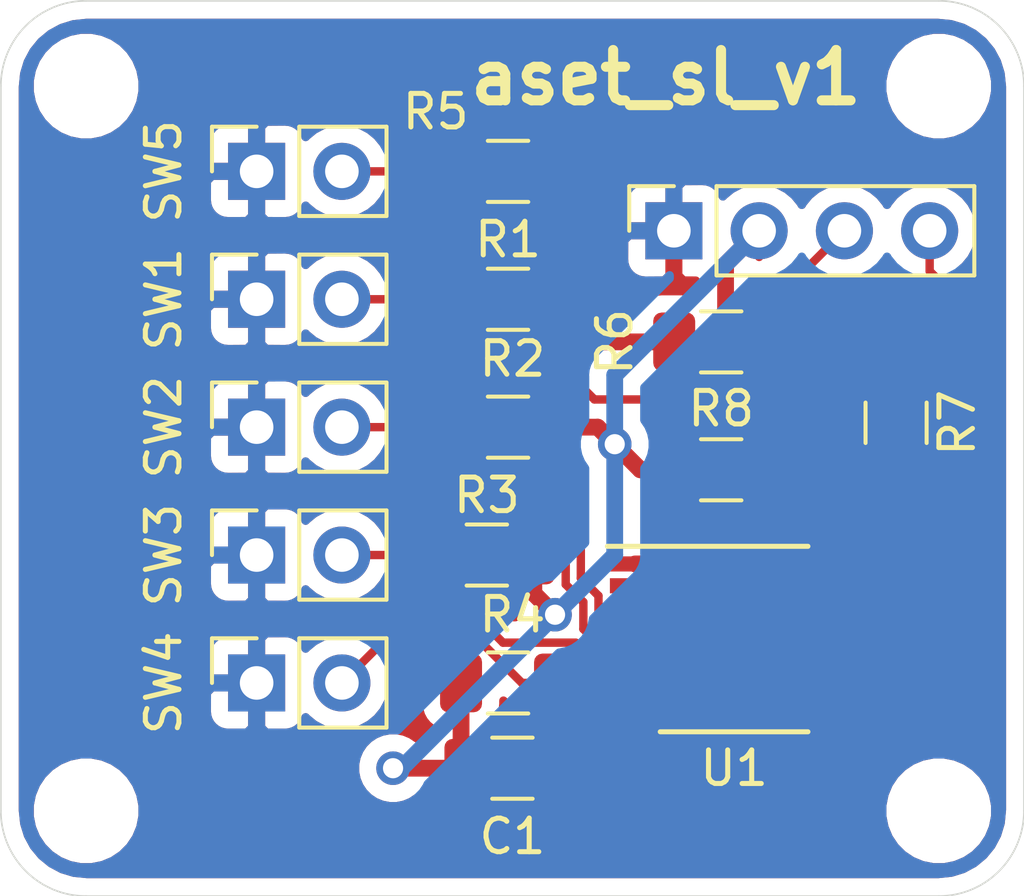
<source format=kicad_pcb>
(kicad_pcb (version 20171130) (host pcbnew "(5.1.4)-1")

  (general
    (thickness 1.6)
    (drawings 9)
    (tracks 127)
    (zones 0)
    (modules 20)
    (nets 15)
  )

  (page A4)
  (layers
    (0 F.Cu signal)
    (31 B.Cu signal)
    (32 B.Adhes user)
    (33 F.Adhes user)
    (34 B.Paste user)
    (35 F.Paste user)
    (36 B.SilkS user)
    (37 F.SilkS user)
    (38 B.Mask user)
    (39 F.Mask user)
    (40 Dwgs.User user)
    (41 Cmts.User user)
    (42 Eco1.User user)
    (43 Eco2.User user)
    (44 Edge.Cuts user)
    (45 Margin user)
    (46 B.CrtYd user)
    (47 F.CrtYd user)
    (48 B.Fab user)
    (49 F.Fab user hide)
  )

  (setup
    (last_trace_width 0.25)
    (user_trace_width 0.25)
    (user_trace_width 0.5)
    (trace_clearance 0.2)
    (zone_clearance 0.508)
    (zone_45_only no)
    (trace_min 0.2)
    (via_size 0.8)
    (via_drill 0.4)
    (via_min_size 0.4)
    (via_min_drill 0.3)
    (uvia_size 0.3)
    (uvia_drill 0.1)
    (uvias_allowed no)
    (uvia_min_size 0.2)
    (uvia_min_drill 0.1)
    (edge_width 0.05)
    (segment_width 0.2)
    (pcb_text_width 0.3)
    (pcb_text_size 1.5 1.5)
    (mod_edge_width 0.12)
    (mod_text_size 1 1)
    (mod_text_width 0.15)
    (pad_size 1.7 1.7)
    (pad_drill 1)
    (pad_to_mask_clearance 0.051)
    (solder_mask_min_width 0.25)
    (aux_axis_origin 0 0)
    (visible_elements 7FFFFFFF)
    (pcbplotparams
      (layerselection 0x010fc_ffffffff)
      (usegerberextensions false)
      (usegerberattributes true)
      (usegerberadvancedattributes false)
      (creategerberjobfile false)
      (excludeedgelayer true)
      (linewidth 0.100000)
      (plotframeref false)
      (viasonmask false)
      (mode 1)
      (useauxorigin false)
      (hpglpennumber 1)
      (hpglpenspeed 20)
      (hpglpendiameter 15.000000)
      (psnegative false)
      (psa4output false)
      (plotreference true)
      (plotvalue true)
      (plotinvisibletext false)
      (padsonsilk false)
      (subtractmaskfromsilk false)
      (outputformat 1)
      (mirror false)
      (drillshape 0)
      (scaleselection 1)
      (outputdirectory "output/"))
  )

  (net 0 "")
  (net 1 "Net-(R1-Pad2)")
  (net 2 VCC)
  (net 3 "Net-(R2-Pad2)")
  (net 4 "Net-(R3-Pad2)")
  (net 5 "Net-(R4-Pad2)")
  (net 6 "Net-(R5-Pad2)")
  (net 7 SDA)
  (net 8 SCL)
  (net 9 "Net-(R8-Pad2)")
  (net 10 "Net-(U1-Pad13)")
  (net 11 "Net-(U1-Pad12)")
  (net 12 "Net-(U1-Pad11)")
  (net 13 "Net-(U1-Pad10)")
  (net 14 GND)

  (net_class Default "This is the default net class."
    (clearance 0.2)
    (trace_width 0.25)
    (via_dia 0.8)
    (via_drill 0.4)
    (uvia_dia 0.3)
    (uvia_drill 0.1)
    (add_net GND)
    (add_net "Net-(R1-Pad2)")
    (add_net "Net-(R2-Pad2)")
    (add_net "Net-(R3-Pad2)")
    (add_net "Net-(R4-Pad2)")
    (add_net "Net-(R5-Pad2)")
    (add_net "Net-(R8-Pad2)")
    (add_net "Net-(U1-Pad10)")
    (add_net "Net-(U1-Pad11)")
    (add_net "Net-(U1-Pad12)")
    (add_net "Net-(U1-Pad13)")
    (add_net SCL)
    (add_net SDA)
    (add_net VCC)
  )

  (net_class Power ""
    (clearance 0.2)
    (trace_width 0.6)
    (via_dia 0.8)
    (via_drill 0.4)
    (uvia_dia 0.3)
    (uvia_drill 0.1)
  )

  (module Package_SO:TSSOP-16_4.4x5mm_P0.65mm (layer F.Cu) (tedit 5A02F25C) (tstamp 5DC7922A)
    (at 110.744 148.59)
    (descr "16-Lead Plastic Thin Shrink Small Outline (ST)-4.4 mm Body [TSSOP] (see Microchip Packaging Specification 00000049BS.pdf)")
    (tags "SSOP 0.65")
    (path /5DC78C7A)
    (attr smd)
    (fp_text reference U1 (at 0 3.81) (layer F.SilkS)
      (effects (font (size 1 1) (thickness 0.15)))
    )
    (fp_text value PCAL6408APWJ (at 0 3.55) (layer F.Fab)
      (effects (font (size 1 1) (thickness 0.15)))
    )
    (fp_text user %R (at 0 0 180) (layer F.Fab)
      (effects (font (size 0.8 0.8) (thickness 0.15)))
    )
    (fp_line (start -3.775 -2.8) (end 2.2 -2.8) (layer F.SilkS) (width 0.15))
    (fp_line (start -2.2 2.725) (end 2.2 2.725) (layer F.SilkS) (width 0.15))
    (fp_line (start -3.95 2.8) (end 3.95 2.8) (layer F.CrtYd) (width 0.05))
    (fp_line (start -3.95 -2.9) (end 3.95 -2.9) (layer F.CrtYd) (width 0.05))
    (fp_line (start 3.95 -2.9) (end 3.95 2.8) (layer F.CrtYd) (width 0.05))
    (fp_line (start -3.95 -2.9) (end -3.95 2.8) (layer F.CrtYd) (width 0.05))
    (fp_line (start -2.2 -1.5) (end -1.2 -2.5) (layer F.Fab) (width 0.15))
    (fp_line (start -2.2 2.5) (end -2.2 -1.5) (layer F.Fab) (width 0.15))
    (fp_line (start 2.2 2.5) (end -2.2 2.5) (layer F.Fab) (width 0.15))
    (fp_line (start 2.2 -2.5) (end 2.2 2.5) (layer F.Fab) (width 0.15))
    (fp_line (start -1.2 -2.5) (end 2.2 -2.5) (layer F.Fab) (width 0.15))
    (pad 16 smd rect (at 2.95 -2.275) (size 1.5 0.45) (layers F.Cu F.Paste F.Mask)
      (net 2 VCC))
    (pad 15 smd rect (at 2.95 -1.625) (size 1.5 0.45) (layers F.Cu F.Paste F.Mask)
      (net 7 SDA))
    (pad 14 smd rect (at 2.95 -0.975) (size 1.5 0.45) (layers F.Cu F.Paste F.Mask)
      (net 8 SCL))
    (pad 13 smd rect (at 2.95 -0.325) (size 1.5 0.45) (layers F.Cu F.Paste F.Mask)
      (net 10 "Net-(U1-Pad13)"))
    (pad 12 smd rect (at 2.95 0.325) (size 1.5 0.45) (layers F.Cu F.Paste F.Mask)
      (net 11 "Net-(U1-Pad12)"))
    (pad 11 smd rect (at 2.95 0.975) (size 1.5 0.45) (layers F.Cu F.Paste F.Mask)
      (net 12 "Net-(U1-Pad11)"))
    (pad 10 smd rect (at 2.95 1.625) (size 1.5 0.45) (layers F.Cu F.Paste F.Mask)
      (net 13 "Net-(U1-Pad10)"))
    (pad 9 smd rect (at 2.95 2.275) (size 1.5 0.45) (layers F.Cu F.Paste F.Mask)
      (net 6 "Net-(R5-Pad2)"))
    (pad 8 smd rect (at -2.95 2.275) (size 1.5 0.45) (layers F.Cu F.Paste F.Mask)
      (net 14 GND))
    (pad 7 smd rect (at -2.95 1.625) (size 1.5 0.45) (layers F.Cu F.Paste F.Mask)
      (net 5 "Net-(R4-Pad2)"))
    (pad 6 smd rect (at -2.95 0.975) (size 1.5 0.45) (layers F.Cu F.Paste F.Mask)
      (net 4 "Net-(R3-Pad2)"))
    (pad 5 smd rect (at -2.95 0.325) (size 1.5 0.45) (layers F.Cu F.Paste F.Mask)
      (net 3 "Net-(R2-Pad2)"))
    (pad 4 smd rect (at -2.95 -0.325) (size 1.5 0.45) (layers F.Cu F.Paste F.Mask)
      (net 1 "Net-(R1-Pad2)"))
    (pad 3 smd rect (at -2.95 -0.975) (size 1.5 0.45) (layers F.Cu F.Paste F.Mask)
      (net 9 "Net-(R8-Pad2)"))
    (pad 2 smd rect (at -2.95 -1.625) (size 1.5 0.45) (layers F.Cu F.Paste F.Mask)
      (net 2 VCC))
    (pad 1 smd rect (at -2.95 -2.275) (size 1.5 0.45) (layers F.Cu F.Paste F.Mask)
      (net 2 VCC))
    (model ${KISYS3DMOD}/Package_SO.3dshapes/TSSOP-16_4.4x5mm_P0.65mm.wrl
      (at (xyz 0 0 0))
      (scale (xyz 1 1 1))
      (rotate (xyz 0 0 0))
    )
  )

  (module Capacitor_SMD:C_1206_3216Metric (layer F.Cu) (tedit 5B301BBE) (tstamp 5DC7FD8D)
    (at 104.14 152.4)
    (descr "Capacitor SMD 1206 (3216 Metric), square (rectangular) end terminal, IPC_7351 nominal, (Body size source: http://www.tortai-tech.com/upload/download/2011102023233369053.pdf), generated with kicad-footprint-generator")
    (tags capacitor)
    (path /5DD066AE)
    (attr smd)
    (fp_text reference C1 (at 0 2.032) (layer F.SilkS)
      (effects (font (size 1 1) (thickness 0.15)))
    )
    (fp_text value 0.1uF (at 0 1.82) (layer F.Fab)
      (effects (font (size 1 1) (thickness 0.15)))
    )
    (fp_text user %R (at 0 0) (layer F.Fab)
      (effects (font (size 0.8 0.8) (thickness 0.12)))
    )
    (fp_line (start 2.28 1.12) (end -2.28 1.12) (layer F.CrtYd) (width 0.05))
    (fp_line (start 2.28 -1.12) (end 2.28 1.12) (layer F.CrtYd) (width 0.05))
    (fp_line (start -2.28 -1.12) (end 2.28 -1.12) (layer F.CrtYd) (width 0.05))
    (fp_line (start -2.28 1.12) (end -2.28 -1.12) (layer F.CrtYd) (width 0.05))
    (fp_line (start -0.602064 0.91) (end 0.602064 0.91) (layer F.SilkS) (width 0.12))
    (fp_line (start -0.602064 -0.91) (end 0.602064 -0.91) (layer F.SilkS) (width 0.12))
    (fp_line (start 1.6 0.8) (end -1.6 0.8) (layer F.Fab) (width 0.1))
    (fp_line (start 1.6 -0.8) (end 1.6 0.8) (layer F.Fab) (width 0.1))
    (fp_line (start -1.6 -0.8) (end 1.6 -0.8) (layer F.Fab) (width 0.1))
    (fp_line (start -1.6 0.8) (end -1.6 -0.8) (layer F.Fab) (width 0.1))
    (pad 2 smd roundrect (at 1.4 0) (size 1.25 1.75) (layers F.Cu F.Paste F.Mask) (roundrect_rratio 0.2)
      (net 14 GND))
    (pad 1 smd roundrect (at -1.4 0) (size 1.25 1.75) (layers F.Cu F.Paste F.Mask) (roundrect_rratio 0.2)
      (net 2 VCC))
    (model ${KISYS3DMOD}/Capacitor_SMD.3dshapes/C_1206_3216Metric.wrl
      (at (xyz 0 0 0))
      (scale (xyz 1 1 1))
      (rotate (xyz 0 0 0))
    )
  )

  (module MountingHole:MountingHole_2.1mm (layer F.Cu) (tedit 5B924765) (tstamp 5DC7EF95)
    (at 116.84 153.67)
    (descr "Mounting Hole 2.1mm, no annular")
    (tags "mounting hole 2.1mm no annular")
    (attr virtual)
    (fp_text reference "" (at 0 -3.2) (layer F.SilkS) hide
      (effects (font (size 1 1) (thickness 0.15)))
    )
    (fp_text value MountingHole_2.1mm (at 0 3.2) (layer F.Fab)
      (effects (font (size 1 1) (thickness 0.15)))
    )
    (fp_circle (center 0 0) (end 2.35 0) (layer F.CrtYd) (width 0.05))
    (fp_circle (center 0 0) (end 2.1 0) (layer Cmts.User) (width 0.15))
    (fp_text user %R (at 0.3 0) (layer F.Fab)
      (effects (font (size 1 1) (thickness 0.15)))
    )
    (pad "" np_thru_hole circle (at 0 0) (size 2.1 2.1) (drill 2.1) (layers *.Cu *.Mask))
  )

  (module MountingHole:MountingHole_2.1mm (layer F.Cu) (tedit 5B924765) (tstamp 5DC7EF95)
    (at 91.44 153.67)
    (descr "Mounting Hole 2.1mm, no annular")
    (tags "mounting hole 2.1mm no annular")
    (attr virtual)
    (fp_text reference "" (at 0 -3.2) (layer F.SilkS) hide
      (effects (font (size 1 1) (thickness 0.15)))
    )
    (fp_text value MountingHole_2.1mm (at 0 3.2) (layer F.Fab)
      (effects (font (size 1 1) (thickness 0.15)))
    )
    (fp_circle (center 0 0) (end 2.35 0) (layer F.CrtYd) (width 0.05))
    (fp_circle (center 0 0) (end 2.1 0) (layer Cmts.User) (width 0.15))
    (fp_text user %R (at 0.3 0) (layer F.Fab)
      (effects (font (size 1 1) (thickness 0.15)))
    )
    (pad "" np_thru_hole circle (at 0 0) (size 2.1 2.1) (drill 2.1) (layers *.Cu *.Mask))
  )

  (module MountingHole:MountingHole_2.1mm (layer F.Cu) (tedit 5B924765) (tstamp 5DC7EF3E)
    (at 91.44 132.08)
    (descr "Mounting Hole 2.1mm, no annular")
    (tags "mounting hole 2.1mm no annular")
    (attr virtual)
    (fp_text reference "" (at 0 -3.2) (layer F.SilkS) hide
      (effects (font (size 1 1) (thickness 0.15)))
    )
    (fp_text value MountingHole_2.1mm (at 0 3.2) (layer F.Fab)
      (effects (font (size 1 1) (thickness 0.15)))
    )
    (fp_text user %R (at 0.3 0) (layer F.Fab)
      (effects (font (size 1 1) (thickness 0.15)))
    )
    (fp_circle (center 0 0) (end 2.1 0) (layer Cmts.User) (width 0.15))
    (fp_circle (center 0 0) (end 2.35 0) (layer F.CrtYd) (width 0.05))
    (pad "" np_thru_hole circle (at 0 0) (size 2.1 2.1) (drill 2.1) (layers *.Cu *.Mask))
  )

  (module MountingHole:MountingHole_2.1mm (layer F.Cu) (tedit 5B924765) (tstamp 5DC7EEFA)
    (at 116.84 132.08)
    (descr "Mounting Hole 2.1mm, no annular")
    (tags "mounting hole 2.1mm no annular")
    (attr virtual)
    (fp_text reference "" (at 0 -3.2) (layer F.SilkS) hide
      (effects (font (size 1 1) (thickness 0.15)))
    )
    (fp_text value MountingHole_2.1mm (at 0 3.2) (layer F.Fab)
      (effects (font (size 1 1) (thickness 0.15)))
    )
    (fp_circle (center 0 0) (end 2.35 0) (layer F.CrtYd) (width 0.05))
    (fp_circle (center 0 0) (end 2.1 0) (layer Cmts.User) (width 0.15))
    (fp_text user %R (at 0.3 0) (layer F.Fab)
      (effects (font (size 1 1) (thickness 0.15)))
    )
    (pad "" np_thru_hole circle (at 0 0) (size 2.1 2.1) (drill 2.1) (layers *.Cu *.Mask))
  )

  (module Connector_PinSocket_2.54mm:PinSocket_1x04_P2.54mm_Vertical (layer F.Cu) (tedit 5DC7565D) (tstamp 5DC7E2B5)
    (at 108.95 136.39 90)
    (descr "Through hole straight socket strip, 1x04, 2.54mm pitch, single row (from Kicad 4.0.7), script generated")
    (tags "Through hole socket strip THT 1x04 2.54mm single row")
    (fp_text reference MAIN (at 2.54 2.54 180) (layer F.SilkS) hide
      (effects (font (size 1 1) (thickness 0.15)))
    )
    (fp_text value PinSocket_1x04_P2.54mm_Vertical (at 0 10.39 90) (layer F.Fab)
      (effects (font (size 1 1) (thickness 0.15)))
    )
    (fp_text user %R (at 0 3.81) (layer F.Fab)
      (effects (font (size 1 1) (thickness 0.15)))
    )
    (fp_line (start -1.8 9.4) (end -1.8 -1.8) (layer F.CrtYd) (width 0.05))
    (fp_line (start 1.75 9.4) (end -1.8 9.4) (layer F.CrtYd) (width 0.05))
    (fp_line (start 1.75 -1.8) (end 1.75 9.4) (layer F.CrtYd) (width 0.05))
    (fp_line (start -1.8 -1.8) (end 1.75 -1.8) (layer F.CrtYd) (width 0.05))
    (fp_line (start 0 -1.33) (end 1.33 -1.33) (layer F.SilkS) (width 0.12))
    (fp_line (start 1.33 -1.33) (end 1.33 0) (layer F.SilkS) (width 0.12))
    (fp_line (start 1.33 1.27) (end 1.33 8.95) (layer F.SilkS) (width 0.12))
    (fp_line (start -1.33 8.95) (end 1.33 8.95) (layer F.SilkS) (width 0.12))
    (fp_line (start -1.33 1.27) (end -1.33 8.95) (layer F.SilkS) (width 0.12))
    (fp_line (start -1.33 1.27) (end 1.33 1.27) (layer F.SilkS) (width 0.12))
    (fp_line (start -1.27 8.89) (end -1.27 -1.27) (layer F.Fab) (width 0.1))
    (fp_line (start 1.27 8.89) (end -1.27 8.89) (layer F.Fab) (width 0.1))
    (fp_line (start 1.27 -0.635) (end 1.27 8.89) (layer F.Fab) (width 0.1))
    (fp_line (start 0.635 -1.27) (end 1.27 -0.635) (layer F.Fab) (width 0.1))
    (fp_line (start -1.27 -1.27) (end 0.635 -1.27) (layer F.Fab) (width 0.1))
    (pad 4 thru_hole oval (at 0 7.62 90) (size 1.7 1.7) (drill 1) (layers *.Cu *.Mask)
      (net 8 SCL))
    (pad 3 thru_hole oval (at 0 5.08 90) (size 1.7 1.7) (drill 1) (layers *.Cu *.Mask)
      (net 7 SDA))
    (pad 2 thru_hole oval (at 0 2.54 90) (size 1.7 1.7) (drill 1) (layers *.Cu *.Mask)
      (net 2 VCC))
    (pad 1 thru_hole rect (at 0 0 90) (size 1.7 1.7) (drill 1) (layers *.Cu *.Mask)
      (net 14 GND))
    (model ${KISYS3DMOD}/Connector_PinSocket_2.54mm.3dshapes/PinSocket_1x04_P2.54mm_Vertical.wrl
      (at (xyz 0 0 0))
      (scale (xyz 1 1 1))
      (rotate (xyz 0 0 0))
    )
  )

  (module Connector_PinSocket_2.54mm:PinSocket_1x02_P2.54mm_Vertical (layer F.Cu) (tedit 5A19A420) (tstamp 5DC7578E)
    (at 96.52 134.62 90)
    (descr "Through hole straight socket strip, 1x02, 2.54mm pitch, single row (from Kicad 4.0.7), script generated")
    (tags "Through hole socket strip THT 1x02 2.54mm single row")
    (path /5DCB3981)
    (fp_text reference SW5 (at 0 -2.77 90) (layer F.SilkS)
      (effects (font (size 1 1) (thickness 0.15)))
    )
    (fp_text value SW_Push (at 0 5.31 90) (layer F.Fab)
      (effects (font (size 1 1) (thickness 0.15)))
    )
    (fp_text user %R (at 0 1.27) (layer F.Fab)
      (effects (font (size 1 1) (thickness 0.15)))
    )
    (fp_line (start -1.8 4.3) (end -1.8 -1.8) (layer F.CrtYd) (width 0.05))
    (fp_line (start 1.75 4.3) (end -1.8 4.3) (layer F.CrtYd) (width 0.05))
    (fp_line (start 1.75 -1.8) (end 1.75 4.3) (layer F.CrtYd) (width 0.05))
    (fp_line (start -1.8 -1.8) (end 1.75 -1.8) (layer F.CrtYd) (width 0.05))
    (fp_line (start 0 -1.33) (end 1.33 -1.33) (layer F.SilkS) (width 0.12))
    (fp_line (start 1.33 -1.33) (end 1.33 0) (layer F.SilkS) (width 0.12))
    (fp_line (start 1.33 1.27) (end 1.33 3.87) (layer F.SilkS) (width 0.12))
    (fp_line (start -1.33 3.87) (end 1.33 3.87) (layer F.SilkS) (width 0.12))
    (fp_line (start -1.33 1.27) (end -1.33 3.87) (layer F.SilkS) (width 0.12))
    (fp_line (start -1.33 1.27) (end 1.33 1.27) (layer F.SilkS) (width 0.12))
    (fp_line (start -1.27 3.81) (end -1.27 -1.27) (layer F.Fab) (width 0.1))
    (fp_line (start 1.27 3.81) (end -1.27 3.81) (layer F.Fab) (width 0.1))
    (fp_line (start 1.27 -0.635) (end 1.27 3.81) (layer F.Fab) (width 0.1))
    (fp_line (start 0.635 -1.27) (end 1.27 -0.635) (layer F.Fab) (width 0.1))
    (fp_line (start -1.27 -1.27) (end 0.635 -1.27) (layer F.Fab) (width 0.1))
    (pad 2 thru_hole oval (at 0 2.54 90) (size 1.7 1.7) (drill 1) (layers *.Cu *.Mask)
      (net 6 "Net-(R5-Pad2)"))
    (pad 1 thru_hole rect (at 0 0 90) (size 1.7 1.7) (drill 1) (layers *.Cu *.Mask)
      (net 14 GND))
    (model ${KISYS3DMOD}/Connector_PinSocket_2.54mm.3dshapes/PinSocket_1x02_P2.54mm_Vertical.wrl
      (at (xyz 0 0 0))
      (scale (xyz 1 1 1))
      (rotate (xyz 0 0 0))
    )
  )

  (module Connector_PinSocket_2.54mm:PinSocket_1x02_P2.54mm_Vertical (layer F.Cu) (tedit 5A19A420) (tstamp 5DC78914)
    (at 96.52 149.86 90)
    (descr "Through hole straight socket strip, 1x02, 2.54mm pitch, single row (from Kicad 4.0.7), script generated")
    (tags "Through hole socket strip THT 1x02 2.54mm single row")
    (path /5DC7B189)
    (fp_text reference SW4 (at 0 -2.77 90) (layer F.SilkS)
      (effects (font (size 1 1) (thickness 0.15)))
    )
    (fp_text value SW_Push (at 0 5.31 90) (layer F.Fab)
      (effects (font (size 1 1) (thickness 0.15)))
    )
    (fp_text user %R (at 0 1.27) (layer F.Fab)
      (effects (font (size 1 1) (thickness 0.15)))
    )
    (fp_line (start -1.8 4.3) (end -1.8 -1.8) (layer F.CrtYd) (width 0.05))
    (fp_line (start 1.75 4.3) (end -1.8 4.3) (layer F.CrtYd) (width 0.05))
    (fp_line (start 1.75 -1.8) (end 1.75 4.3) (layer F.CrtYd) (width 0.05))
    (fp_line (start -1.8 -1.8) (end 1.75 -1.8) (layer F.CrtYd) (width 0.05))
    (fp_line (start 0 -1.33) (end 1.33 -1.33) (layer F.SilkS) (width 0.12))
    (fp_line (start 1.33 -1.33) (end 1.33 0) (layer F.SilkS) (width 0.12))
    (fp_line (start 1.33 1.27) (end 1.33 3.87) (layer F.SilkS) (width 0.12))
    (fp_line (start -1.33 3.87) (end 1.33 3.87) (layer F.SilkS) (width 0.12))
    (fp_line (start -1.33 1.27) (end -1.33 3.87) (layer F.SilkS) (width 0.12))
    (fp_line (start -1.33 1.27) (end 1.33 1.27) (layer F.SilkS) (width 0.12))
    (fp_line (start -1.27 3.81) (end -1.27 -1.27) (layer F.Fab) (width 0.1))
    (fp_line (start 1.27 3.81) (end -1.27 3.81) (layer F.Fab) (width 0.1))
    (fp_line (start 1.27 -0.635) (end 1.27 3.81) (layer F.Fab) (width 0.1))
    (fp_line (start 0.635 -1.27) (end 1.27 -0.635) (layer F.Fab) (width 0.1))
    (fp_line (start -1.27 -1.27) (end 0.635 -1.27) (layer F.Fab) (width 0.1))
    (pad 2 thru_hole oval (at 0 2.54 90) (size 1.7 1.7) (drill 1) (layers *.Cu *.Mask)
      (net 5 "Net-(R4-Pad2)"))
    (pad 1 thru_hole rect (at 0 0 90) (size 1.7 1.7) (drill 1) (layers *.Cu *.Mask)
      (net 14 GND))
    (model ${KISYS3DMOD}/Connector_PinSocket_2.54mm.3dshapes/PinSocket_1x02_P2.54mm_Vertical.wrl
      (at (xyz 0 0 0))
      (scale (xyz 1 1 1))
      (rotate (xyz 0 0 0))
    )
  )

  (module Connector_PinSocket_2.54mm:PinSocket_1x02_P2.54mm_Vertical (layer F.Cu) (tedit 5A19A420) (tstamp 5DC7575A)
    (at 96.52 146.05 90)
    (descr "Through hole straight socket strip, 1x02, 2.54mm pitch, single row (from Kicad 4.0.7), script generated")
    (tags "Through hole socket strip THT 1x02 2.54mm single row")
    (path /5DC7AC69)
    (fp_text reference SW3 (at 0 -2.77 90) (layer F.SilkS)
      (effects (font (size 1 1) (thickness 0.15)))
    )
    (fp_text value SW_Push (at 0 5.31 90) (layer F.Fab)
      (effects (font (size 1 1) (thickness 0.15)))
    )
    (fp_text user %R (at 0 1.27) (layer F.Fab)
      (effects (font (size 1 1) (thickness 0.15)))
    )
    (fp_line (start -1.8 4.3) (end -1.8 -1.8) (layer F.CrtYd) (width 0.05))
    (fp_line (start 1.75 4.3) (end -1.8 4.3) (layer F.CrtYd) (width 0.05))
    (fp_line (start 1.75 -1.8) (end 1.75 4.3) (layer F.CrtYd) (width 0.05))
    (fp_line (start -1.8 -1.8) (end 1.75 -1.8) (layer F.CrtYd) (width 0.05))
    (fp_line (start 0 -1.33) (end 1.33 -1.33) (layer F.SilkS) (width 0.12))
    (fp_line (start 1.33 -1.33) (end 1.33 0) (layer F.SilkS) (width 0.12))
    (fp_line (start 1.33 1.27) (end 1.33 3.87) (layer F.SilkS) (width 0.12))
    (fp_line (start -1.33 3.87) (end 1.33 3.87) (layer F.SilkS) (width 0.12))
    (fp_line (start -1.33 1.27) (end -1.33 3.87) (layer F.SilkS) (width 0.12))
    (fp_line (start -1.33 1.27) (end 1.33 1.27) (layer F.SilkS) (width 0.12))
    (fp_line (start -1.27 3.81) (end -1.27 -1.27) (layer F.Fab) (width 0.1))
    (fp_line (start 1.27 3.81) (end -1.27 3.81) (layer F.Fab) (width 0.1))
    (fp_line (start 1.27 -0.635) (end 1.27 3.81) (layer F.Fab) (width 0.1))
    (fp_line (start 0.635 -1.27) (end 1.27 -0.635) (layer F.Fab) (width 0.1))
    (fp_line (start -1.27 -1.27) (end 0.635 -1.27) (layer F.Fab) (width 0.1))
    (pad 2 thru_hole oval (at 0 2.54 90) (size 1.7 1.7) (drill 1) (layers *.Cu *.Mask)
      (net 4 "Net-(R3-Pad2)"))
    (pad 1 thru_hole rect (at 0 0 90) (size 1.7 1.7) (drill 1) (layers *.Cu *.Mask)
      (net 14 GND))
    (model ${KISYS3DMOD}/Connector_PinSocket_2.54mm.3dshapes/PinSocket_1x02_P2.54mm_Vertical.wrl
      (at (xyz 0 0 0))
      (scale (xyz 1 1 1))
      (rotate (xyz 0 0 0))
    )
  )

  (module Connector_PinSocket_2.54mm:PinSocket_1x02_P2.54mm_Vertical (layer F.Cu) (tedit 5A19A420) (tstamp 5DC780F0)
    (at 96.52 142.24 90)
    (descr "Through hole straight socket strip, 1x02, 2.54mm pitch, single row (from Kicad 4.0.7), script generated")
    (tags "Through hole socket strip THT 1x02 2.54mm single row")
    (path /5DC7A83A)
    (fp_text reference SW2 (at 0 -2.77 90) (layer F.SilkS)
      (effects (font (size 1 1) (thickness 0.15)))
    )
    (fp_text value SW_Push (at 0 5.31 90) (layer F.Fab)
      (effects (font (size 1 1) (thickness 0.15)))
    )
    (fp_text user %R (at 0 1.27) (layer F.Fab)
      (effects (font (size 1 1) (thickness 0.15)))
    )
    (fp_line (start -1.8 4.3) (end -1.8 -1.8) (layer F.CrtYd) (width 0.05))
    (fp_line (start 1.75 4.3) (end -1.8 4.3) (layer F.CrtYd) (width 0.05))
    (fp_line (start 1.75 -1.8) (end 1.75 4.3) (layer F.CrtYd) (width 0.05))
    (fp_line (start -1.8 -1.8) (end 1.75 -1.8) (layer F.CrtYd) (width 0.05))
    (fp_line (start 0 -1.33) (end 1.33 -1.33) (layer F.SilkS) (width 0.12))
    (fp_line (start 1.33 -1.33) (end 1.33 0) (layer F.SilkS) (width 0.12))
    (fp_line (start 1.33 1.27) (end 1.33 3.87) (layer F.SilkS) (width 0.12))
    (fp_line (start -1.33 3.87) (end 1.33 3.87) (layer F.SilkS) (width 0.12))
    (fp_line (start -1.33 1.27) (end -1.33 3.87) (layer F.SilkS) (width 0.12))
    (fp_line (start -1.33 1.27) (end 1.33 1.27) (layer F.SilkS) (width 0.12))
    (fp_line (start -1.27 3.81) (end -1.27 -1.27) (layer F.Fab) (width 0.1))
    (fp_line (start 1.27 3.81) (end -1.27 3.81) (layer F.Fab) (width 0.1))
    (fp_line (start 1.27 -0.635) (end 1.27 3.81) (layer F.Fab) (width 0.1))
    (fp_line (start 0.635 -1.27) (end 1.27 -0.635) (layer F.Fab) (width 0.1))
    (fp_line (start -1.27 -1.27) (end 0.635 -1.27) (layer F.Fab) (width 0.1))
    (pad 2 thru_hole oval (at 0 2.54 90) (size 1.7 1.7) (drill 1) (layers *.Cu *.Mask)
      (net 3 "Net-(R2-Pad2)"))
    (pad 1 thru_hole rect (at 0 0 90) (size 1.7 1.7) (drill 1) (layers *.Cu *.Mask)
      (net 14 GND))
    (model ${KISYS3DMOD}/Connector_PinSocket_2.54mm.3dshapes/PinSocket_1x02_P2.54mm_Vertical.wrl
      (at (xyz 0 0 0))
      (scale (xyz 1 1 1))
      (rotate (xyz 0 0 0))
    )
  )

  (module Connector_PinSocket_2.54mm:PinSocket_1x02_P2.54mm_Vertical (layer F.Cu) (tedit 5A19A420) (tstamp 5DC79FA3)
    (at 96.52 138.43 90)
    (descr "Through hole straight socket strip, 1x02, 2.54mm pitch, single row (from Kicad 4.0.7), script generated")
    (tags "Through hole socket strip THT 1x02 2.54mm single row")
    (path /5DC7922A)
    (fp_text reference SW1 (at 0 -2.77 90) (layer F.SilkS)
      (effects (font (size 1 1) (thickness 0.15)))
    )
    (fp_text value SW_Push (at 0 5.31 90) (layer F.Fab) hide
      (effects (font (size 1 1) (thickness 0.15)))
    )
    (fp_text user %R (at 0 1.27) (layer F.Fab)
      (effects (font (size 1 1) (thickness 0.15)))
    )
    (fp_line (start -1.8 4.3) (end -1.8 -1.8) (layer F.CrtYd) (width 0.05))
    (fp_line (start 1.75 4.3) (end -1.8 4.3) (layer F.CrtYd) (width 0.05))
    (fp_line (start 1.75 -1.8) (end 1.75 4.3) (layer F.CrtYd) (width 0.05))
    (fp_line (start -1.8 -1.8) (end 1.75 -1.8) (layer F.CrtYd) (width 0.05))
    (fp_line (start 0 -1.33) (end 1.33 -1.33) (layer F.SilkS) (width 0.12))
    (fp_line (start 1.33 -1.33) (end 1.33 0) (layer F.SilkS) (width 0.12))
    (fp_line (start 1.33 1.27) (end 1.33 3.87) (layer F.SilkS) (width 0.12))
    (fp_line (start -1.33 3.87) (end 1.33 3.87) (layer F.SilkS) (width 0.12))
    (fp_line (start -1.33 1.27) (end -1.33 3.87) (layer F.SilkS) (width 0.12))
    (fp_line (start -1.33 1.27) (end 1.33 1.27) (layer F.SilkS) (width 0.12))
    (fp_line (start -1.27 3.81) (end -1.27 -1.27) (layer F.Fab) (width 0.1))
    (fp_line (start 1.27 3.81) (end -1.27 3.81) (layer F.Fab) (width 0.1))
    (fp_line (start 1.27 -0.635) (end 1.27 3.81) (layer F.Fab) (width 0.1))
    (fp_line (start 0.635 -1.27) (end 1.27 -0.635) (layer F.Fab) (width 0.1))
    (fp_line (start -1.27 -1.27) (end 0.635 -1.27) (layer F.Fab) (width 0.1))
    (pad 2 thru_hole oval (at 0 2.54 90) (size 1.7 1.7) (drill 1) (layers *.Cu *.Mask)
      (net 1 "Net-(R1-Pad2)"))
    (pad 1 thru_hole rect (at 0 0 90) (size 1.7 1.7) (drill 1) (layers *.Cu *.Mask)
      (net 14 GND))
    (model ${KISYS3DMOD}/Connector_PinSocket_2.54mm.3dshapes/PinSocket_1x02_P2.54mm_Vertical.wrl
      (at (xyz 0 0 0))
      (scale (xyz 1 1 1))
      (rotate (xyz 0 0 0))
    )
  )

  (module Resistor_SMD:R_1206_3216Metric (layer F.Cu) (tedit 5B301BBD) (tstamp 5DC793FE)
    (at 110.36 143.51)
    (descr "Resistor SMD 1206 (3216 Metric), square (rectangular) end terminal, IPC_7351 nominal, (Body size source: http://www.tortai-tech.com/upload/download/2011102023233369053.pdf), generated with kicad-footprint-generator")
    (tags resistor)
    (path /5DC908BE)
    (attr smd)
    (fp_text reference R8 (at 0 -1.82) (layer F.SilkS)
      (effects (font (size 1 1) (thickness 0.15)))
    )
    (fp_text value 20k (at 0 1.82) (layer F.Fab)
      (effects (font (size 1 1) (thickness 0.15)))
    )
    (fp_text user %R (at 0 0 270) (layer F.Fab)
      (effects (font (size 0.8 0.8) (thickness 0.12)))
    )
    (fp_line (start 2.28 1.12) (end -2.28 1.12) (layer F.CrtYd) (width 0.05))
    (fp_line (start 2.28 -1.12) (end 2.28 1.12) (layer F.CrtYd) (width 0.05))
    (fp_line (start -2.28 -1.12) (end 2.28 -1.12) (layer F.CrtYd) (width 0.05))
    (fp_line (start -2.28 1.12) (end -2.28 -1.12) (layer F.CrtYd) (width 0.05))
    (fp_line (start -0.602064 0.91) (end 0.602064 0.91) (layer F.SilkS) (width 0.12))
    (fp_line (start -0.602064 -0.91) (end 0.602064 -0.91) (layer F.SilkS) (width 0.12))
    (fp_line (start 1.6 0.8) (end -1.6 0.8) (layer F.Fab) (width 0.1))
    (fp_line (start 1.6 -0.8) (end 1.6 0.8) (layer F.Fab) (width 0.1))
    (fp_line (start -1.6 -0.8) (end 1.6 -0.8) (layer F.Fab) (width 0.1))
    (fp_line (start -1.6 0.8) (end -1.6 -0.8) (layer F.Fab) (width 0.1))
    (pad 2 smd roundrect (at 1.4 0) (size 1.25 1.75) (layers F.Cu F.Paste F.Mask) (roundrect_rratio 0.2)
      (net 9 "Net-(R8-Pad2)"))
    (pad 1 smd roundrect (at -1.4 0) (size 1.25 1.75) (layers F.Cu F.Paste F.Mask) (roundrect_rratio 0.2)
      (net 2 VCC))
    (model ${KISYS3DMOD}/Resistor_SMD.3dshapes/R_1206_3216Metric.wrl
      (at (xyz 0 0 0))
      (scale (xyz 1 1 1))
      (rotate (xyz 0 0 0))
    )
  )

  (module Resistor_SMD:R_1206_3216Metric (layer F.Cu) (tedit 5B301BBD) (tstamp 5DC756FB)
    (at 115.57 142.11 270)
    (descr "Resistor SMD 1206 (3216 Metric), square (rectangular) end terminal, IPC_7351 nominal, (Body size source: http://www.tortai-tech.com/upload/download/2011102023233369053.pdf), generated with kicad-footprint-generator")
    (tags resistor)
    (path /5DC92D9F)
    (attr smd)
    (fp_text reference R7 (at 0 -1.82 90) (layer F.SilkS)
      (effects (font (size 1 1) (thickness 0.15)))
    )
    (fp_text value 4k7 (at 0 1.82 90) (layer F.Fab)
      (effects (font (size 1 1) (thickness 0.15)))
    )
    (fp_text user %R (at 0 0 90) (layer F.Fab)
      (effects (font (size 0.8 0.8) (thickness 0.12)))
    )
    (fp_line (start 2.28 1.12) (end -2.28 1.12) (layer F.CrtYd) (width 0.05))
    (fp_line (start 2.28 -1.12) (end 2.28 1.12) (layer F.CrtYd) (width 0.05))
    (fp_line (start -2.28 -1.12) (end 2.28 -1.12) (layer F.CrtYd) (width 0.05))
    (fp_line (start -2.28 1.12) (end -2.28 -1.12) (layer F.CrtYd) (width 0.05))
    (fp_line (start -0.602064 0.91) (end 0.602064 0.91) (layer F.SilkS) (width 0.12))
    (fp_line (start -0.602064 -0.91) (end 0.602064 -0.91) (layer F.SilkS) (width 0.12))
    (fp_line (start 1.6 0.8) (end -1.6 0.8) (layer F.Fab) (width 0.1))
    (fp_line (start 1.6 -0.8) (end 1.6 0.8) (layer F.Fab) (width 0.1))
    (fp_line (start -1.6 -0.8) (end 1.6 -0.8) (layer F.Fab) (width 0.1))
    (fp_line (start -1.6 0.8) (end -1.6 -0.8) (layer F.Fab) (width 0.1))
    (pad 2 smd roundrect (at 1.4 0 270) (size 1.25 1.75) (layers F.Cu F.Paste F.Mask) (roundrect_rratio 0.2)
      (net 8 SCL))
    (pad 1 smd roundrect (at -1.4 0 270) (size 1.25 1.75) (layers F.Cu F.Paste F.Mask) (roundrect_rratio 0.2)
      (net 2 VCC))
    (model ${KISYS3DMOD}/Resistor_SMD.3dshapes/R_1206_3216Metric.wrl
      (at (xyz 0 0 0))
      (scale (xyz 1 1 1))
      (rotate (xyz 0 0 0))
    )
  )

  (module Resistor_SMD:R_1206_3216Metric (layer F.Cu) (tedit 5B301BBD) (tstamp 5DC79604)
    (at 110.36 139.7)
    (descr "Resistor SMD 1206 (3216 Metric), square (rectangular) end terminal, IPC_7351 nominal, (Body size source: http://www.tortai-tech.com/upload/download/2011102023233369053.pdf), generated with kicad-footprint-generator")
    (tags resistor)
    (path /5DC91EB8)
    (attr smd)
    (fp_text reference R6 (at -3.172 0 90) (layer F.SilkS)
      (effects (font (size 1 1) (thickness 0.15)))
    )
    (fp_text value 4k7 (at 0 1.82) (layer F.Fab)
      (effects (font (size 1 1) (thickness 0.15)))
    )
    (fp_text user %R (at 0 0) (layer F.Fab)
      (effects (font (size 0.8 0.8) (thickness 0.12)))
    )
    (fp_line (start 2.28 1.12) (end -2.28 1.12) (layer F.CrtYd) (width 0.05))
    (fp_line (start 2.28 -1.12) (end 2.28 1.12) (layer F.CrtYd) (width 0.05))
    (fp_line (start -2.28 -1.12) (end 2.28 -1.12) (layer F.CrtYd) (width 0.05))
    (fp_line (start -2.28 1.12) (end -2.28 -1.12) (layer F.CrtYd) (width 0.05))
    (fp_line (start -0.602064 0.91) (end 0.602064 0.91) (layer F.SilkS) (width 0.12))
    (fp_line (start -0.602064 -0.91) (end 0.602064 -0.91) (layer F.SilkS) (width 0.12))
    (fp_line (start 1.6 0.8) (end -1.6 0.8) (layer F.Fab) (width 0.1))
    (fp_line (start 1.6 -0.8) (end 1.6 0.8) (layer F.Fab) (width 0.1))
    (fp_line (start -1.6 -0.8) (end 1.6 -0.8) (layer F.Fab) (width 0.1))
    (fp_line (start -1.6 0.8) (end -1.6 -0.8) (layer F.Fab) (width 0.1))
    (pad 2 smd roundrect (at 1.4 0) (size 1.25 1.75) (layers F.Cu F.Paste F.Mask) (roundrect_rratio 0.2)
      (net 7 SDA))
    (pad 1 smd roundrect (at -1.4 0) (size 1.25 1.75) (layers F.Cu F.Paste F.Mask) (roundrect_rratio 0.2)
      (net 2 VCC))
    (model ${KISYS3DMOD}/Resistor_SMD.3dshapes/R_1206_3216Metric.wrl
      (at (xyz 0 0 0))
      (scale (xyz 1 1 1))
      (rotate (xyz 0 0 0))
    )
  )

  (module Resistor_SMD:R_1206_3216Metric (layer F.Cu) (tedit 5B301BBD) (tstamp 5DC756D9)
    (at 104.01 134.62 180)
    (descr "Resistor SMD 1206 (3216 Metric), square (rectangular) end terminal, IPC_7351 nominal, (Body size source: http://www.tortai-tech.com/upload/download/2011102023233369053.pdf), generated with kicad-footprint-generator")
    (tags resistor)
    (path /5DCB3988)
    (attr smd)
    (fp_text reference R5 (at 2.156 1.778) (layer F.SilkS)
      (effects (font (size 1 1) (thickness 0.15)))
    )
    (fp_text value 20k (at 0 1.82) (layer F.Fab)
      (effects (font (size 1 1) (thickness 0.15)))
    )
    (fp_text user %R (at 0 0 90) (layer F.Fab)
      (effects (font (size 0.8 0.8) (thickness 0.12)))
    )
    (fp_line (start 2.28 1.12) (end -2.28 1.12) (layer F.CrtYd) (width 0.05))
    (fp_line (start 2.28 -1.12) (end 2.28 1.12) (layer F.CrtYd) (width 0.05))
    (fp_line (start -2.28 -1.12) (end 2.28 -1.12) (layer F.CrtYd) (width 0.05))
    (fp_line (start -2.28 1.12) (end -2.28 -1.12) (layer F.CrtYd) (width 0.05))
    (fp_line (start -0.602064 0.91) (end 0.602064 0.91) (layer F.SilkS) (width 0.12))
    (fp_line (start -0.602064 -0.91) (end 0.602064 -0.91) (layer F.SilkS) (width 0.12))
    (fp_line (start 1.6 0.8) (end -1.6 0.8) (layer F.Fab) (width 0.1))
    (fp_line (start 1.6 -0.8) (end 1.6 0.8) (layer F.Fab) (width 0.1))
    (fp_line (start -1.6 -0.8) (end 1.6 -0.8) (layer F.Fab) (width 0.1))
    (fp_line (start -1.6 0.8) (end -1.6 -0.8) (layer F.Fab) (width 0.1))
    (pad 2 smd roundrect (at 1.4 0 180) (size 1.25 1.75) (layers F.Cu F.Paste F.Mask) (roundrect_rratio 0.2)
      (net 6 "Net-(R5-Pad2)"))
    (pad 1 smd roundrect (at -1.4 0 180) (size 1.25 1.75) (layers F.Cu F.Paste F.Mask) (roundrect_rratio 0.2)
      (net 2 VCC))
    (model ${KISYS3DMOD}/Resistor_SMD.3dshapes/R_1206_3216Metric.wrl
      (at (xyz 0 0 0))
      (scale (xyz 1 1 1))
      (rotate (xyz 0 0 0))
    )
  )

  (module Resistor_SMD:R_1206_3216Metric (layer F.Cu) (tedit 5B301BBD) (tstamp 5DC75E33)
    (at 104.01 149.86)
    (descr "Resistor SMD 1206 (3216 Metric), square (rectangular) end terminal, IPC_7351 nominal, (Body size source: http://www.tortai-tech.com/upload/download/2011102023233369053.pdf), generated with kicad-footprint-generator")
    (tags resistor)
    (path /5DC805F2)
    (attr smd)
    (fp_text reference R4 (at 0.13 -2.032) (layer F.SilkS)
      (effects (font (size 1 1) (thickness 0.15)))
    )
    (fp_text value 20k (at 0 1.82) (layer F.Fab)
      (effects (font (size 1 1) (thickness 0.15)))
    )
    (fp_text user %R (at 0 0) (layer F.Fab)
      (effects (font (size 0.8 0.8) (thickness 0.12)))
    )
    (fp_line (start 2.28 1.12) (end -2.28 1.12) (layer F.CrtYd) (width 0.05))
    (fp_line (start 2.28 -1.12) (end 2.28 1.12) (layer F.CrtYd) (width 0.05))
    (fp_line (start -2.28 -1.12) (end 2.28 -1.12) (layer F.CrtYd) (width 0.05))
    (fp_line (start -2.28 1.12) (end -2.28 -1.12) (layer F.CrtYd) (width 0.05))
    (fp_line (start -0.602064 0.91) (end 0.602064 0.91) (layer F.SilkS) (width 0.12))
    (fp_line (start -0.602064 -0.91) (end 0.602064 -0.91) (layer F.SilkS) (width 0.12))
    (fp_line (start 1.6 0.8) (end -1.6 0.8) (layer F.Fab) (width 0.1))
    (fp_line (start 1.6 -0.8) (end 1.6 0.8) (layer F.Fab) (width 0.1))
    (fp_line (start -1.6 -0.8) (end 1.6 -0.8) (layer F.Fab) (width 0.1))
    (fp_line (start -1.6 0.8) (end -1.6 -0.8) (layer F.Fab) (width 0.1))
    (pad 2 smd roundrect (at 1.4 0) (size 1.25 1.75) (layers F.Cu F.Paste F.Mask) (roundrect_rratio 0.2)
      (net 5 "Net-(R4-Pad2)"))
    (pad 1 smd roundrect (at -1.4 0) (size 1.25 1.75) (layers F.Cu F.Paste F.Mask) (roundrect_rratio 0.2)
      (net 2 VCC))
    (model ${KISYS3DMOD}/Resistor_SMD.3dshapes/R_1206_3216Metric.wrl
      (at (xyz 0 0 0))
      (scale (xyz 1 1 1))
      (rotate (xyz 0 0 0))
    )
  )

  (module Resistor_SMD:R_1206_3216Metric (layer F.Cu) (tedit 5B301BBD) (tstamp 5DC7A0B9)
    (at 103.378 146.05 180)
    (descr "Resistor SMD 1206 (3216 Metric), square (rectangular) end terminal, IPC_7351 nominal, (Body size source: http://www.tortai-tech.com/upload/download/2011102023233369053.pdf), generated with kicad-footprint-generator")
    (tags resistor)
    (path /5DC8031C)
    (attr smd)
    (fp_text reference R3 (at 0 1.778 180) (layer F.SilkS)
      (effects (font (size 1 1) (thickness 0.15)))
    )
    (fp_text value 20k (at 0 1.82) (layer F.Fab)
      (effects (font (size 1 1) (thickness 0.15)))
    )
    (fp_text user %R (at 0 0) (layer F.Fab)
      (effects (font (size 0.8 0.8) (thickness 0.12)))
    )
    (fp_line (start 2.28 1.12) (end -2.28 1.12) (layer F.CrtYd) (width 0.05))
    (fp_line (start 2.28 -1.12) (end 2.28 1.12) (layer F.CrtYd) (width 0.05))
    (fp_line (start -2.28 -1.12) (end 2.28 -1.12) (layer F.CrtYd) (width 0.05))
    (fp_line (start -2.28 1.12) (end -2.28 -1.12) (layer F.CrtYd) (width 0.05))
    (fp_line (start -0.602064 0.91) (end 0.602064 0.91) (layer F.SilkS) (width 0.12))
    (fp_line (start -0.602064 -0.91) (end 0.602064 -0.91) (layer F.SilkS) (width 0.12))
    (fp_line (start 1.6 0.8) (end -1.6 0.8) (layer F.Fab) (width 0.1))
    (fp_line (start 1.6 -0.8) (end 1.6 0.8) (layer F.Fab) (width 0.1))
    (fp_line (start -1.6 -0.8) (end 1.6 -0.8) (layer F.Fab) (width 0.1))
    (fp_line (start -1.6 0.8) (end -1.6 -0.8) (layer F.Fab) (width 0.1))
    (pad 2 smd roundrect (at 1.4 0 180) (size 1.25 1.75) (layers F.Cu F.Paste F.Mask) (roundrect_rratio 0.2)
      (net 4 "Net-(R3-Pad2)"))
    (pad 1 smd roundrect (at -1.4 0 180) (size 1.25 1.75) (layers F.Cu F.Paste F.Mask) (roundrect_rratio 0.2)
      (net 2 VCC))
    (model ${KISYS3DMOD}/Resistor_SMD.3dshapes/R_1206_3216Metric.wrl
      (at (xyz 0 0 0))
      (scale (xyz 1 1 1))
      (rotate (xyz 0 0 0))
    )
  )

  (module Resistor_SMD:R_1206_3216Metric (layer F.Cu) (tedit 5B301BBD) (tstamp 5DC78419)
    (at 104.01 142.24 180)
    (descr "Resistor SMD 1206 (3216 Metric), square (rectangular) end terminal, IPC_7351 nominal, (Body size source: http://www.tortai-tech.com/upload/download/2011102023233369053.pdf), generated with kicad-footprint-generator")
    (tags resistor)
    (path /5DC7FE81)
    (attr smd)
    (fp_text reference R2 (at -0.13 2.032) (layer F.SilkS)
      (effects (font (size 1 1) (thickness 0.15)))
    )
    (fp_text value 20k (at 0 1.82) (layer F.Fab)
      (effects (font (size 1 1) (thickness 0.15)))
    )
    (fp_text user %R (at 0 0) (layer F.Fab)
      (effects (font (size 0.8 0.8) (thickness 0.12)))
    )
    (fp_line (start 2.28 1.12) (end -2.28 1.12) (layer F.CrtYd) (width 0.05))
    (fp_line (start 2.28 -1.12) (end 2.28 1.12) (layer F.CrtYd) (width 0.05))
    (fp_line (start -2.28 -1.12) (end 2.28 -1.12) (layer F.CrtYd) (width 0.05))
    (fp_line (start -2.28 1.12) (end -2.28 -1.12) (layer F.CrtYd) (width 0.05))
    (fp_line (start -0.602064 0.91) (end 0.602064 0.91) (layer F.SilkS) (width 0.12))
    (fp_line (start -0.602064 -0.91) (end 0.602064 -0.91) (layer F.SilkS) (width 0.12))
    (fp_line (start 1.6 0.8) (end -1.6 0.8) (layer F.Fab) (width 0.1))
    (fp_line (start 1.6 -0.8) (end 1.6 0.8) (layer F.Fab) (width 0.1))
    (fp_line (start -1.6 -0.8) (end 1.6 -0.8) (layer F.Fab) (width 0.1))
    (fp_line (start -1.6 0.8) (end -1.6 -0.8) (layer F.Fab) (width 0.1))
    (pad 2 smd roundrect (at 1.4 0 180) (size 1.25 1.75) (layers F.Cu F.Paste F.Mask) (roundrect_rratio 0.2)
      (net 3 "Net-(R2-Pad2)"))
    (pad 1 smd roundrect (at -1.4 0 180) (size 1.25 1.75) (layers F.Cu F.Paste F.Mask) (roundrect_rratio 0.2)
      (net 2 VCC))
    (model ${KISYS3DMOD}/Resistor_SMD.3dshapes/R_1206_3216Metric.wrl
      (at (xyz 0 0 0))
      (scale (xyz 1 1 1))
      (rotate (xyz 0 0 0))
    )
  )

  (module Resistor_SMD:R_1206_3216Metric (layer F.Cu) (tedit 5B301BBD) (tstamp 5DC79F6E)
    (at 104.01 138.43 180)
    (descr "Resistor SMD 1206 (3216 Metric), square (rectangular) end terminal, IPC_7351 nominal, (Body size source: http://www.tortai-tech.com/upload/download/2011102023233369053.pdf), generated with kicad-footprint-generator")
    (tags resistor)
    (path /5DC7C0EC)
    (attr smd)
    (fp_text reference R1 (at 0 1.778) (layer F.SilkS)
      (effects (font (size 1 1) (thickness 0.15)))
    )
    (fp_text value 20k (at 0 1.82) (layer F.Fab)
      (effects (font (size 1 1) (thickness 0.15)))
    )
    (fp_text user %R (at 0 0) (layer F.Fab)
      (effects (font (size 0.8 0.8) (thickness 0.12)))
    )
    (fp_line (start 2.28 1.12) (end -2.28 1.12) (layer F.CrtYd) (width 0.05))
    (fp_line (start 2.28 -1.12) (end 2.28 1.12) (layer F.CrtYd) (width 0.05))
    (fp_line (start -2.28 -1.12) (end 2.28 -1.12) (layer F.CrtYd) (width 0.05))
    (fp_line (start -2.28 1.12) (end -2.28 -1.12) (layer F.CrtYd) (width 0.05))
    (fp_line (start -0.602064 0.91) (end 0.602064 0.91) (layer F.SilkS) (width 0.12))
    (fp_line (start -0.602064 -0.91) (end 0.602064 -0.91) (layer F.SilkS) (width 0.12))
    (fp_line (start 1.6 0.8) (end -1.6 0.8) (layer F.Fab) (width 0.1))
    (fp_line (start 1.6 -0.8) (end 1.6 0.8) (layer F.Fab) (width 0.1))
    (fp_line (start -1.6 -0.8) (end 1.6 -0.8) (layer F.Fab) (width 0.1))
    (fp_line (start -1.6 0.8) (end -1.6 -0.8) (layer F.Fab) (width 0.1))
    (pad 2 smd roundrect (at 1.4 0 180) (size 1.25 1.75) (layers F.Cu F.Paste F.Mask) (roundrect_rratio 0.2)
      (net 1 "Net-(R1-Pad2)"))
    (pad 1 smd roundrect (at -1.4 0 180) (size 1.25 1.75) (layers F.Cu F.Paste F.Mask) (roundrect_rratio 0.2)
      (net 2 VCC))
    (model ${KISYS3DMOD}/Resistor_SMD.3dshapes/R_1206_3216Metric.wrl
      (at (xyz 0 0 0))
      (scale (xyz 1 1 1))
      (rotate (xyz 0 0 0))
    )
  )

  (gr_text aset_sl_v1 (at 108.712 131.826) (layer F.SilkS)
    (effects (font (size 1.5 1.5) (thickness 0.3)))
  )
  (gr_arc (start 91.44 153.67) (end 88.9 153.67) (angle -90) (layer Edge.Cuts) (width 0.05))
  (gr_arc (start 91.44 132.08) (end 91.44 129.54) (angle -90) (layer Edge.Cuts) (width 0.05))
  (gr_line (start 88.9 132.08) (end 88.9 153.67) (layer Edge.Cuts) (width 0.05))
  (gr_arc (start 116.84 132.08) (end 119.38 132.08) (angle -90) (layer Edge.Cuts) (width 0.05))
  (gr_line (start 116.84 129.54) (end 91.44 129.54) (layer Edge.Cuts) (width 0.05))
  (gr_arc (start 116.84 153.67) (end 116.84 156.21) (angle -90) (layer Edge.Cuts) (width 0.05))
  (gr_line (start 116.84 156.21) (end 91.44 156.21) (layer Edge.Cuts) (width 0.05))
  (gr_line (start 119.38 153.67) (end 119.38 132.08) (layer Edge.Cuts) (width 0.05) (tstamp 5DC76623))

  (segment (start 99.06 138.43) (end 102.61 138.43) (width 0.25) (layer F.Cu) (net 1))
  (segment (start 103.56001 139.38001) (end 103.56001 143.5286) (width 0.25) (layer F.Cu) (net 1))
  (segment (start 102.61 138.43) (end 103.56001 139.38001) (width 0.25) (layer F.Cu) (net 1))
  (segment (start 103.56001 143.5286) (end 104.43139 144.39998) (width 0.25) (layer F.Cu) (net 1))
  (segment (start 105.577581 144.399981) (end 106.17802 145.00042) (width 0.25) (layer F.Cu) (net 1))
  (segment (start 104.43139 144.39998) (end 105.577581 144.399981) (width 0.25) (layer F.Cu) (net 1))
  (segment (start 106.90101 148.265) (end 107.794 148.265) (width 0.25) (layer F.Cu) (net 1))
  (segment (start 106.70381 148.0678) (end 106.90101 148.265) (width 0.25) (layer F.Cu) (net 1))
  (segment (start 106.70381 147.264398) (end 106.70381 148.0678) (width 0.25) (layer F.Cu) (net 1))
  (segment (start 106.17802 146.738608) (end 106.70381 147.264398) (width 0.25) (layer F.Cu) (net 1))
  (segment (start 106.17802 145.00042) (end 106.17802 146.738608) (width 0.25) (layer F.Cu) (net 1))
  (via (at 107.188 142.748) (size 1) (drill 0.6) (layers F.Cu B.Cu) (net 2) (tstamp 5DC7A0DD))
  (via (at 105.41 147.828) (size 1) (drill 0.6) (layers F.Cu B.Cu) (net 2))
  (via (at 100.584 152.4) (size 1) (drill 0.6) (layers F.Cu B.Cu) (net 2) (tstamp 5DC80281))
  (segment (start 111.49 137.17) (end 111.49 136.39) (width 0.25) (layer F.Cu) (net 2))
  (segment (start 105.41 134.62) (end 105.41 138.43) (width 0.5) (layer F.Cu) (net 2))
  (segment (start 106.68 139.7) (end 108.96 139.7) (width 0.5) (layer F.Cu) (net 2))
  (segment (start 105.41 138.43) (end 106.68 139.7) (width 0.5) (layer F.Cu) (net 2))
  (segment (start 110.49 137.39) (end 111.49 136.39) (width 0.5) (layer F.Cu) (net 2))
  (segment (start 110.49 139.192) (end 110.49 137.39) (width 0.5) (layer F.Cu) (net 2))
  (segment (start 108.96 139.7) (end 109.982 139.7) (width 0.5) (layer F.Cu) (net 2))
  (segment (start 109.982 139.7) (end 110.49 139.192) (width 0.5) (layer F.Cu) (net 2))
  (segment (start 109.982 139.911966) (end 109.982 139.7) (width 0.5) (layer F.Cu) (net 2))
  (segment (start 111.095044 141.02501) (end 109.982 139.911966) (width 0.5) (layer F.Cu) (net 2))
  (segment (start 108.81 143.66) (end 108.96 143.51) (width 0.5) (layer F.Cu) (net 2))
  (segment (start 102.61 152.27) (end 102.74 152.4) (width 0.5) (layer F.Cu) (net 2))
  (segment (start 102.61 149.86) (end 102.61 152.27) (width 0.5) (layer F.Cu) (net 2))
  (segment (start 100.584 152.4) (end 102.74 152.4) (width 0.5) (layer F.Cu) (net 2))
  (segment (start 108.96 143.51) (end 108.96 144.012) (width 0.5) (layer F.Cu) (net 2))
  (segment (start 108.96 144.012) (end 109.22 144.272) (width 0.5) (layer F.Cu) (net 2))
  (segment (start 109.055 146.304) (end 109.22 146.304) (width 0.5) (layer F.Cu) (net 2))
  (segment (start 109.044 146.315) (end 109.055 146.304) (width 0.5) (layer F.Cu) (net 2))
  (segment (start 107.794 146.315) (end 109.044 146.315) (width 0.5) (layer F.Cu) (net 2))
  (segment (start 109.22 144.272) (end 109.22 146.304) (width 0.5) (layer F.Cu) (net 2))
  (segment (start 108.838001 146.939999) (end 107.794 146.939999) (width 0.5) (layer F.Cu) (net 2))
  (segment (start 109.22 146.304) (end 109.22 146.558) (width 0.5) (layer F.Cu) (net 2))
  (segment (start 109.22 146.558) (end 108.838001 146.939999) (width 0.5) (layer F.Cu) (net 2))
  (segment (start 113.719001 146.289999) (end 113.694 146.289999) (width 0.5) (layer F.Cu) (net 2))
  (segment (start 113.72499 146.28401) (end 113.719001 146.289999) (width 0.5) (layer F.Cu) (net 2))
  (segment (start 100.838 152.4) (end 100.584 152.4) (width 0.5) (layer B.Cu) (net 2))
  (segment (start 105.41 147.828) (end 100.838 152.4) (width 0.5) (layer B.Cu) (net 2))
  (segment (start 104.778 147.196) (end 105.41 147.828) (width 0.5) (layer F.Cu) (net 2))
  (segment (start 104.778 146.05) (end 104.778 147.196) (width 0.5) (layer F.Cu) (net 2))
  (segment (start 113.694 146.25302) (end 113.694 146.289999) (width 0.5) (layer F.Cu) (net 2))
  (segment (start 113.60501 146.16403) (end 113.694 146.25302) (width 0.5) (layer F.Cu) (net 2))
  (segment (start 113.60501 142.255824) (end 113.60501 146.16403) (width 0.5) (layer F.Cu) (net 2))
  (segment (start 111.095044 141.02501) (end 112.374196 141.02501) (width 0.5) (layer F.Cu) (net 2))
  (segment (start 112.374196 141.02501) (end 113.60501 142.255824) (width 0.5) (layer F.Cu) (net 2))
  (segment (start 114.595 140.71) (end 115.57 140.71) (width 0.5) (layer F.Cu) (net 2))
  (segment (start 114.27999 141.02501) (end 114.595 140.71) (width 0.5) (layer F.Cu) (net 2))
  (segment (start 112.374196 141.02501) (end 114.27999 141.02501) (width 0.5) (layer F.Cu) (net 2))
  (segment (start 107.188 140.692) (end 107.188 142.748) (width 0.5) (layer B.Cu) (net 2))
  (segment (start 111.49 136.39) (end 107.188 140.692) (width 0.5) (layer B.Cu) (net 2))
  (segment (start 107.188 146.05) (end 105.41 147.828) (width 0.5) (layer B.Cu) (net 2))
  (segment (start 107.188 142.748) (end 107.188 146.05) (width 0.5) (layer B.Cu) (net 2))
  (segment (start 106.68 142.24) (end 107.188 142.748) (width 0.5) (layer F.Cu) (net 2))
  (segment (start 105.41 142.24) (end 106.68 142.24) (width 0.5) (layer F.Cu) (net 2))
  (segment (start 107.95 143.51) (end 108.96 143.51) (width 0.5) (layer F.Cu) (net 2))
  (segment (start 107.188 142.748) (end 107.95 143.51) (width 0.5) (layer F.Cu) (net 2))
  (segment (start 99.06 142.24) (end 102.61 142.24) (width 0.25) (layer F.Cu) (net 3))
  (segment (start 102.61 143.215) (end 104.24499 144.84999) (width 0.25) (layer F.Cu) (net 3))
  (segment (start 102.61 142.24) (end 102.61 143.215) (width 0.25) (layer F.Cu) (net 3))
  (segment (start 105.39118 144.84999) (end 105.72801 145.18682) (width 0.25) (layer F.Cu) (net 3))
  (segment (start 104.24499 144.84999) (end 105.39118 144.84999) (width 0.25) (layer F.Cu) (net 3))
  (segment (start 105.72801 146.925008) (end 106.2538 147.450798) (width 0.25) (layer F.Cu) (net 3))
  (segment (start 105.72801 145.18682) (end 105.72801 146.925008) (width 0.25) (layer F.Cu) (net 3))
  (segment (start 106.9146 148.915) (end 107.794 148.915) (width 0.25) (layer F.Cu) (net 3))
  (segment (start 106.2538 148.2542) (end 106.9146 148.915) (width 0.25) (layer F.Cu) (net 3))
  (segment (start 106.2538 147.450798) (end 106.2538 148.2542) (width 0.25) (layer F.Cu) (net 3))
  (segment (start 106.92819 149.565) (end 107.794 149.565) (width 0.25) (layer F.Cu) (net 4))
  (segment (start 106.02318 148.65999) (end 106.92819 149.565) (width 0.25) (layer F.Cu) (net 4))
  (segment (start 103.85959 148.65999) (end 106.02318 148.65999) (width 0.25) (layer F.Cu) (net 4))
  (segment (start 99.06 146.05) (end 101.978 146.05) (width 0.25) (layer F.Cu) (net 4))
  (segment (start 103.40958 148.20998) (end 103.85959 148.65999) (width 0.25) (layer F.Cu) (net 4))
  (segment (start 103.16298 148.20998) (end 103.40958 148.20998) (width 0.25) (layer F.Cu) (net 4))
  (segment (start 101.978 147.025) (end 103.16298 148.20998) (width 0.25) (layer F.Cu) (net 4))
  (segment (start 101.978 146.05) (end 101.978 147.025) (width 0.25) (layer F.Cu) (net 4))
  (segment (start 106.794 150.215) (end 107.794 150.215) (width 0.25) (layer F.Cu) (net 5))
  (segment (start 106.49 150.215) (end 106.794 150.215) (width 0.25) (layer F.Cu) (net 5))
  (segment (start 106.135 149.86) (end 106.49 150.215) (width 0.25) (layer F.Cu) (net 5))
  (segment (start 105.41 149.86) (end 106.135 149.86) (width 0.25) (layer F.Cu) (net 5))
  (segment (start 104.42319 149.86) (end 105.41 149.86) (width 0.25) (layer F.Cu) (net 5))
  (segment (start 103.22318 148.65999) (end 104.42319 149.86) (width 0.25) (layer F.Cu) (net 5))
  (segment (start 99.06 149.86) (end 100.26001 148.65999) (width 0.25) (layer F.Cu) (net 5))
  (segment (start 100.26001 148.65999) (end 103.22318 148.65999) (width 0.25) (layer F.Cu) (net 5))
  (segment (start 99.06 134.62) (end 102.61 134.62) (width 0.25) (layer F.Cu) (net 6))
  (segment (start 112.522 150.693) (end 112.694 150.865) (width 0.25) (layer F.Cu) (net 6))
  (segment (start 112.522 145.288) (end 112.522 150.693) (width 0.25) (layer F.Cu) (net 6))
  (segment (start 112.694 150.865) (end 113.694 150.865) (width 0.25) (layer F.Cu) (net 6))
  (segment (start 113.03 144.78) (end 112.522 145.288) (width 0.25) (layer F.Cu) (net 6))
  (segment (start 112.522 141.986) (end 113.03 142.494) (width 0.25) (layer F.Cu) (net 6))
  (segment (start 104.01 136.02) (end 104.01 138.84319) (width 0.25) (layer F.Cu) (net 6))
  (segment (start 102.61 134.62) (end 104.01 136.02) (width 0.25) (layer F.Cu) (net 6))
  (segment (start 104.01 138.84319) (end 106.581809 141.414999) (width 0.25) (layer F.Cu) (net 6))
  (segment (start 113.03 142.494) (end 113.03 144.78) (width 0.25) (layer F.Cu) (net 6))
  (segment (start 106.581809 141.414999) (end 109.918999 141.414999) (width 0.25) (layer F.Cu) (net 6))
  (segment (start 109.918999 141.414999) (end 110.49 141.986) (width 0.25) (layer F.Cu) (net 6))
  (segment (start 110.49 141.986) (end 112.522 141.986) (width 0.25) (layer F.Cu) (net 6))
  (segment (start 111.76 138.66) (end 114.03 136.39) (width 0.25) (layer F.Cu) (net 7))
  (segment (start 111.76 139.7) (end 111.76 138.66) (width 0.25) (layer F.Cu) (net 7))
  (segment (start 114.694 146.965) (end 113.694 146.965) (width 0.25) (layer F.Cu) (net 7))
  (segment (start 114.769001 146.889999) (end 114.694 146.965) (width 0.25) (layer F.Cu) (net 7))
  (segment (start 114.18002 145.16802) (end 114.769001 145.757001) (width 0.25) (layer F.Cu) (net 7))
  (segment (start 114.18002 142.10598) (end 114.18002 145.16802) (width 0.25) (layer F.Cu) (net 7))
  (segment (start 114.554 141.732) (end 114.18002 142.10598) (width 0.25) (layer F.Cu) (net 7))
  (segment (start 114.554 141.66001) (end 114.554 141.732) (width 0.25) (layer F.Cu) (net 7))
  (segment (start 114.769001 145.757001) (end 114.769001 146.889999) (width 0.25) (layer F.Cu) (net 7))
  (segment (start 116.43318 141.66001) (end 114.554 141.66001) (width 0.25) (layer F.Cu) (net 7))
  (segment (start 111.76 139.7) (end 116.37319 139.7) (width 0.25) (layer F.Cu) (net 7))
  (segment (start 116.77001 140.09682) (end 116.77001 141.32318) (width 0.25) (layer F.Cu) (net 7))
  (segment (start 116.37319 139.7) (end 116.77001 140.09682) (width 0.25) (layer F.Cu) (net 7))
  (segment (start 116.77001 141.32318) (end 116.43318 141.66001) (width 0.25) (layer F.Cu) (net 7))
  (segment (start 116.919999 136.739999) (end 116.07 135.89) (width 0.25) (layer F.Cu) (net 8))
  (segment (start 116.57 137.592081) (end 116.57 136.39) (width 0.25) (layer F.Cu) (net 8))
  (segment (start 114.694 147.615) (end 113.694 147.615) (width 0.25) (layer F.Cu) (net 8))
  (segment (start 115.57 146.739) (end 114.694 147.615) (width 0.25) (layer F.Cu) (net 8))
  (segment (start 115.57 146.739) (end 115.57 143.51) (width 0.25) (layer F.Cu) (net 8))
  (segment (start 116.26571 142.81429) (end 115.57 143.51) (width 0.25) (layer F.Cu) (net 8))
  (segment (start 117.220019 141.859981) (end 116.26571 142.81429) (width 0.25) (layer F.Cu) (net 8))
  (segment (start 117.220019 138.2421) (end 117.220019 141.859981) (width 0.25) (layer F.Cu) (net 8))
  (segment (start 116.57 137.592081) (end 117.220019 138.2421) (width 0.25) (layer F.Cu) (net 8))
  (segment (start 111.76 144.485) (end 111.76 143.51) (width 0.25) (layer F.Cu) (net 9))
  (segment (start 111.76 144.831186) (end 111.76 144.485) (width 0.25) (layer F.Cu) (net 9))
  (segment (start 108.976186 147.615) (end 111.76 144.831186) (width 0.25) (layer F.Cu) (net 9))
  (segment (start 107.794 147.615) (end 108.976186 147.615) (width 0.25) (layer F.Cu) (net 9))
  (segment (start 107.049999 150.890001) (end 107.794 150.890001) (width 0.5) (layer F.Cu) (net 14))
  (segment (start 105.54 152.4) (end 107.049999 150.890001) (width 0.5) (layer F.Cu) (net 14))

  (zone (net 14) (net_name GND) (layer F.Cu) (tstamp 5DC8B015) (hatch edge 0.508)
    (connect_pads (clearance 0.508))
    (min_thickness 0.254)
    (fill yes (arc_segments 32) (thermal_gap 0.508) (thermal_bridge_width 0.508) (smoothing fillet) (radius 2))
    (polygon
      (pts
        (xy 88.9 129.54) (xy 88.9 156.21) (xy 119.38 156.21) (xy 119.38 129.54)
      )
    )
    (filled_polygon
      (pts
        (xy 117.204545 130.238909) (xy 117.555208 130.34478) (xy 117.878625 130.516744) (xy 118.162484 130.748254) (xy 118.395965 131.030486)
        (xy 118.570183 131.352695) (xy 118.678502 131.702614) (xy 118.720001 132.097452) (xy 118.72 153.637721) (xy 118.681091 154.034545)
        (xy 118.57522 154.385206) (xy 118.403257 154.708623) (xy 118.171748 154.992482) (xy 117.889514 155.225965) (xy 117.567304 155.400184)
        (xy 117.217385 155.508502) (xy 116.822557 155.55) (xy 91.472279 155.55) (xy 91.075455 155.511091) (xy 90.724794 155.40522)
        (xy 90.401377 155.233257) (xy 90.117518 155.001748) (xy 89.884035 154.719514) (xy 89.709816 154.397304) (xy 89.601498 154.047385)
        (xy 89.56 153.652557) (xy 89.56 153.504042) (xy 89.755 153.504042) (xy 89.755 153.835958) (xy 89.819754 154.161496)
        (xy 89.946772 154.468147) (xy 90.131175 154.744125) (xy 90.365875 154.978825) (xy 90.641853 155.163228) (xy 90.948504 155.290246)
        (xy 91.274042 155.355) (xy 91.605958 155.355) (xy 91.931496 155.290246) (xy 92.238147 155.163228) (xy 92.514125 154.978825)
        (xy 92.748825 154.744125) (xy 92.933228 154.468147) (xy 93.060246 154.161496) (xy 93.125 153.835958) (xy 93.125 153.504042)
        (xy 93.060246 153.178504) (xy 92.933228 152.871853) (xy 92.748825 152.595875) (xy 92.514125 152.361175) (xy 92.238147 152.176772)
        (xy 91.931496 152.049754) (xy 91.605958 151.985) (xy 91.274042 151.985) (xy 90.948504 152.049754) (xy 90.641853 152.176772)
        (xy 90.365875 152.361175) (xy 90.131175 152.595875) (xy 89.946772 152.871853) (xy 89.819754 153.178504) (xy 89.755 153.504042)
        (xy 89.56 153.504042) (xy 89.56 150.71) (xy 95.031928 150.71) (xy 95.044188 150.834482) (xy 95.080498 150.95418)
        (xy 95.139463 151.064494) (xy 95.218815 151.161185) (xy 95.315506 151.240537) (xy 95.42582 151.299502) (xy 95.545518 151.335812)
        (xy 95.67 151.348072) (xy 96.23425 151.345) (xy 96.393 151.18625) (xy 96.393 149.987) (xy 95.19375 149.987)
        (xy 95.035 150.14575) (xy 95.031928 150.71) (xy 89.56 150.71) (xy 89.56 149.01) (xy 95.031928 149.01)
        (xy 95.035 149.57425) (xy 95.19375 149.733) (xy 96.393 149.733) (xy 96.393 148.53375) (xy 96.23425 148.375)
        (xy 95.67 148.371928) (xy 95.545518 148.384188) (xy 95.42582 148.420498) (xy 95.315506 148.479463) (xy 95.218815 148.558815)
        (xy 95.139463 148.655506) (xy 95.080498 148.76582) (xy 95.044188 148.885518) (xy 95.031928 149.01) (xy 89.56 149.01)
        (xy 89.56 146.9) (xy 95.031928 146.9) (xy 95.044188 147.024482) (xy 95.080498 147.14418) (xy 95.139463 147.254494)
        (xy 95.218815 147.351185) (xy 95.315506 147.430537) (xy 95.42582 147.489502) (xy 95.545518 147.525812) (xy 95.67 147.538072)
        (xy 96.23425 147.535) (xy 96.393 147.37625) (xy 96.393 146.177) (xy 95.19375 146.177) (xy 95.035 146.33575)
        (xy 95.031928 146.9) (xy 89.56 146.9) (xy 89.56 145.2) (xy 95.031928 145.2) (xy 95.035 145.76425)
        (xy 95.19375 145.923) (xy 96.393 145.923) (xy 96.393 144.72375) (xy 96.23425 144.565) (xy 95.67 144.561928)
        (xy 95.545518 144.574188) (xy 95.42582 144.610498) (xy 95.315506 144.669463) (xy 95.218815 144.748815) (xy 95.139463 144.845506)
        (xy 95.080498 144.95582) (xy 95.044188 145.075518) (xy 95.031928 145.2) (xy 89.56 145.2) (xy 89.56 143.09)
        (xy 95.031928 143.09) (xy 95.044188 143.214482) (xy 95.080498 143.33418) (xy 95.139463 143.444494) (xy 95.218815 143.541185)
        (xy 95.315506 143.620537) (xy 95.42582 143.679502) (xy 95.545518 143.715812) (xy 95.67 143.728072) (xy 96.23425 143.725)
        (xy 96.393 143.56625) (xy 96.393 142.367) (xy 95.19375 142.367) (xy 95.035 142.52575) (xy 95.031928 143.09)
        (xy 89.56 143.09) (xy 89.56 141.39) (xy 95.031928 141.39) (xy 95.035 141.95425) (xy 95.19375 142.113)
        (xy 96.393 142.113) (xy 96.393 140.91375) (xy 96.23425 140.755) (xy 95.67 140.751928) (xy 95.545518 140.764188)
        (xy 95.42582 140.800498) (xy 95.315506 140.859463) (xy 95.218815 140.938815) (xy 95.139463 141.035506) (xy 95.080498 141.14582)
        (xy 95.044188 141.265518) (xy 95.031928 141.39) (xy 89.56 141.39) (xy 89.56 139.28) (xy 95.031928 139.28)
        (xy 95.044188 139.404482) (xy 95.080498 139.52418) (xy 95.139463 139.634494) (xy 95.218815 139.731185) (xy 95.315506 139.810537)
        (xy 95.42582 139.869502) (xy 95.545518 139.905812) (xy 95.67 139.918072) (xy 96.23425 139.915) (xy 96.393 139.75625)
        (xy 96.393 138.557) (xy 95.19375 138.557) (xy 95.035 138.71575) (xy 95.031928 139.28) (xy 89.56 139.28)
        (xy 89.56 137.58) (xy 95.031928 137.58) (xy 95.035 138.14425) (xy 95.19375 138.303) (xy 96.393 138.303)
        (xy 96.393 137.10375) (xy 96.23425 136.945) (xy 95.67 136.941928) (xy 95.545518 136.954188) (xy 95.42582 136.990498)
        (xy 95.315506 137.049463) (xy 95.218815 137.128815) (xy 95.139463 137.225506) (xy 95.080498 137.33582) (xy 95.044188 137.455518)
        (xy 95.031928 137.58) (xy 89.56 137.58) (xy 89.56 135.47) (xy 95.031928 135.47) (xy 95.044188 135.594482)
        (xy 95.080498 135.71418) (xy 95.139463 135.824494) (xy 95.218815 135.921185) (xy 95.315506 136.000537) (xy 95.42582 136.059502)
        (xy 95.545518 136.095812) (xy 95.67 136.108072) (xy 96.23425 136.105) (xy 96.393 135.94625) (xy 96.393 134.747)
        (xy 95.19375 134.747) (xy 95.035 134.90575) (xy 95.031928 135.47) (xy 89.56 135.47) (xy 89.56 133.77)
        (xy 95.031928 133.77) (xy 95.035 134.33425) (xy 95.19375 134.493) (xy 96.393 134.493) (xy 96.393 133.29375)
        (xy 96.647 133.29375) (xy 96.647 134.493) (xy 96.667 134.493) (xy 96.667 134.747) (xy 96.647 134.747)
        (xy 96.647 135.94625) (xy 96.80575 136.105) (xy 97.37 136.108072) (xy 97.494482 136.095812) (xy 97.61418 136.059502)
        (xy 97.724494 136.000537) (xy 97.821185 135.921185) (xy 97.900537 135.824494) (xy 97.959502 135.71418) (xy 97.980393 135.645313)
        (xy 98.004866 135.675134) (xy 98.230986 135.860706) (xy 98.488966 135.998599) (xy 98.768889 136.083513) (xy 98.98705 136.105)
        (xy 99.13295 136.105) (xy 99.351111 136.083513) (xy 99.631034 135.998599) (xy 99.889014 135.860706) (xy 100.115134 135.675134)
        (xy 100.300706 135.449014) (xy 100.337595 135.38) (xy 101.360224 135.38) (xy 101.363992 135.418254) (xy 101.414528 135.58485)
        (xy 101.496595 135.738386) (xy 101.607038 135.872962) (xy 101.741614 135.983405) (xy 101.89515 136.065472) (xy 102.061746 136.116008)
        (xy 102.235 136.133072) (xy 102.985 136.133072) (xy 103.042597 136.127399) (xy 103.25 136.334802) (xy 103.25 136.961823)
        (xy 103.158254 136.933992) (xy 102.985 136.916928) (xy 102.235 136.916928) (xy 102.061746 136.933992) (xy 101.89515 136.984528)
        (xy 101.741614 137.066595) (xy 101.607038 137.177038) (xy 101.496595 137.311614) (xy 101.414528 137.46515) (xy 101.363992 137.631746)
        (xy 101.360224 137.67) (xy 100.337595 137.67) (xy 100.300706 137.600986) (xy 100.115134 137.374866) (xy 99.889014 137.189294)
        (xy 99.631034 137.051401) (xy 99.351111 136.966487) (xy 99.13295 136.945) (xy 98.98705 136.945) (xy 98.768889 136.966487)
        (xy 98.488966 137.051401) (xy 98.230986 137.189294) (xy 98.004866 137.374866) (xy 97.980393 137.404687) (xy 97.959502 137.33582)
        (xy 97.900537 137.225506) (xy 97.821185 137.128815) (xy 97.724494 137.049463) (xy 97.61418 136.990498) (xy 97.494482 136.954188)
        (xy 97.37 136.941928) (xy 96.80575 136.945) (xy 96.647 137.10375) (xy 96.647 138.303) (xy 96.667 138.303)
        (xy 96.667 138.557) (xy 96.647 138.557) (xy 96.647 139.75625) (xy 96.80575 139.915) (xy 97.37 139.918072)
        (xy 97.494482 139.905812) (xy 97.61418 139.869502) (xy 97.724494 139.810537) (xy 97.821185 139.731185) (xy 97.900537 139.634494)
        (xy 97.959502 139.52418) (xy 97.980393 139.455313) (xy 98.004866 139.485134) (xy 98.230986 139.670706) (xy 98.488966 139.808599)
        (xy 98.768889 139.893513) (xy 98.98705 139.915) (xy 99.13295 139.915) (xy 99.351111 139.893513) (xy 99.631034 139.808599)
        (xy 99.889014 139.670706) (xy 100.115134 139.485134) (xy 100.300706 139.259014) (xy 100.337595 139.19) (xy 101.360224 139.19)
        (xy 101.363992 139.228254) (xy 101.414528 139.39485) (xy 101.496595 139.548386) (xy 101.607038 139.682962) (xy 101.741614 139.793405)
        (xy 101.89515 139.875472) (xy 102.061746 139.926008) (xy 102.235 139.943072) (xy 102.80001 139.943072) (xy 102.80001 140.726928)
        (xy 102.235 140.726928) (xy 102.061746 140.743992) (xy 101.89515 140.794528) (xy 101.741614 140.876595) (xy 101.607038 140.987038)
        (xy 101.496595 141.121614) (xy 101.414528 141.27515) (xy 101.363992 141.441746) (xy 101.360224 141.48) (xy 100.337595 141.48)
        (xy 100.300706 141.410986) (xy 100.115134 141.184866) (xy 99.889014 140.999294) (xy 99.631034 140.861401) (xy 99.351111 140.776487)
        (xy 99.13295 140.755) (xy 98.98705 140.755) (xy 98.768889 140.776487) (xy 98.488966 140.861401) (xy 98.230986 140.999294)
        (xy 98.004866 141.184866) (xy 97.980393 141.214687) (xy 97.959502 141.14582) (xy 97.900537 141.035506) (xy 97.821185 140.938815)
        (xy 97.724494 140.859463) (xy 97.61418 140.800498) (xy 97.494482 140.764188) (xy 97.37 140.751928) (xy 96.80575 140.755)
        (xy 96.647 140.91375) (xy 96.647 142.113) (xy 96.667 142.113) (xy 96.667 142.367) (xy 96.647 142.367)
        (xy 96.647 143.56625) (xy 96.80575 143.725) (xy 97.37 143.728072) (xy 97.494482 143.715812) (xy 97.61418 143.679502)
        (xy 97.724494 143.620537) (xy 97.821185 143.541185) (xy 97.900537 143.444494) (xy 97.959502 143.33418) (xy 97.980393 143.265313)
        (xy 98.004866 143.295134) (xy 98.230986 143.480706) (xy 98.488966 143.618599) (xy 98.768889 143.703513) (xy 98.98705 143.725)
        (xy 99.13295 143.725) (xy 99.351111 143.703513) (xy 99.631034 143.618599) (xy 99.889014 143.480706) (xy 100.115134 143.295134)
        (xy 100.300706 143.069014) (xy 100.337595 143) (xy 101.360224 143) (xy 101.363992 143.038254) (xy 101.414528 143.20485)
        (xy 101.496595 143.358386) (xy 101.607038 143.492962) (xy 101.741614 143.603405) (xy 101.89515 143.685472) (xy 102.051982 143.733046)
        (xy 102.07 143.755001) (xy 102.098998 143.778799) (xy 103.541291 145.221092) (xy 103.531992 145.251746) (xy 103.514928 145.425)
        (xy 103.514928 146.675) (xy 103.531992 146.848254) (xy 103.582528 147.01485) (xy 103.664595 147.168386) (xy 103.775038 147.302962)
        (xy 103.909614 147.413405) (xy 103.920968 147.419474) (xy 103.956412 147.536313) (xy 104.03859 147.690059) (xy 104.121468 147.791046)
        (xy 104.121471 147.791049) (xy 104.149184 147.824817) (xy 104.182951 147.852529) (xy 104.230412 147.89999) (xy 104.174391 147.89999)
        (xy 103.973384 147.698983) (xy 103.949581 147.669979) (xy 103.833856 147.575006) (xy 103.701827 147.504434) (xy 103.558566 147.460977)
        (xy 103.481154 147.453353) (xy 103.127904 147.100102) (xy 103.173472 147.01485) (xy 103.224008 146.848254) (xy 103.241072 146.675)
        (xy 103.241072 145.425) (xy 103.224008 145.251746) (xy 103.173472 145.08515) (xy 103.091405 144.931614) (xy 102.980962 144.797038)
        (xy 102.846386 144.686595) (xy 102.69285 144.604528) (xy 102.526254 144.553992) (xy 102.353 144.536928) (xy 101.603 144.536928)
        (xy 101.429746 144.553992) (xy 101.26315 144.604528) (xy 101.109614 144.686595) (xy 100.975038 144.797038) (xy 100.864595 144.931614)
        (xy 100.782528 145.08515) (xy 100.731992 145.251746) (xy 100.728224 145.29) (xy 100.337595 145.29) (xy 100.300706 145.220986)
        (xy 100.115134 144.994866) (xy 99.889014 144.809294) (xy 99.631034 144.671401) (xy 99.351111 144.586487) (xy 99.13295 144.565)
        (xy 98.98705 144.565) (xy 98.768889 144.586487) (xy 98.488966 144.671401) (xy 98.230986 144.809294) (xy 98.004866 144.994866)
        (xy 97.980393 145.024687) (xy 97.959502 144.95582) (xy 97.900537 144.845506) (xy 97.821185 144.748815) (xy 97.724494 144.669463)
        (xy 97.61418 144.610498) (xy 97.494482 144.574188) (xy 97.37 144.561928) (xy 96.80575 144.565) (xy 96.647 144.72375)
        (xy 96.647 145.923) (xy 96.667 145.923) (xy 96.667 146.177) (xy 96.647 146.177) (xy 96.647 147.37625)
        (xy 96.80575 147.535) (xy 97.37 147.538072) (xy 97.494482 147.525812) (xy 97.61418 147.489502) (xy 97.724494 147.430537)
        (xy 97.821185 147.351185) (xy 97.900537 147.254494) (xy 97.959502 147.14418) (xy 97.980393 147.075313) (xy 98.004866 147.105134)
        (xy 98.230986 147.290706) (xy 98.488966 147.428599) (xy 98.768889 147.513513) (xy 98.98705 147.535) (xy 99.13295 147.535)
        (xy 99.351111 147.513513) (xy 99.631034 147.428599) (xy 99.889014 147.290706) (xy 100.115134 147.105134) (xy 100.300706 146.879014)
        (xy 100.337595 146.81) (xy 100.728224 146.81) (xy 100.731992 146.848254) (xy 100.782528 147.01485) (xy 100.864595 147.168386)
        (xy 100.975038 147.302962) (xy 101.109614 147.413405) (xy 101.26315 147.495472) (xy 101.419982 147.543046) (xy 101.438 147.565001)
        (xy 101.466998 147.588799) (xy 101.778189 147.89999) (xy 100.297332 147.89999) (xy 100.260009 147.896314) (xy 100.222686 147.89999)
        (xy 100.222677 147.89999) (xy 100.111024 147.910987) (xy 99.967763 147.954444) (xy 99.835734 148.025016) (xy 99.835732 148.025017)
        (xy 99.835733 148.025017) (xy 99.749006 148.096191) (xy 99.749002 148.096195) (xy 99.720009 148.119989) (xy 99.696215 148.148982)
        (xy 99.425995 148.419203) (xy 99.351111 148.396487) (xy 99.13295 148.375) (xy 98.98705 148.375) (xy 98.768889 148.396487)
        (xy 98.488966 148.481401) (xy 98.230986 148.619294) (xy 98.004866 148.804866) (xy 97.980393 148.834687) (xy 97.959502 148.76582)
        (xy 97.900537 148.655506) (xy 97.821185 148.558815) (xy 97.724494 148.479463) (xy 97.61418 148.420498) (xy 97.494482 148.384188)
        (xy 97.37 148.371928) (xy 96.80575 148.375) (xy 96.647 148.53375) (xy 96.647 149.733) (xy 96.667 149.733)
        (xy 96.667 149.987) (xy 96.647 149.987) (xy 96.647 151.18625) (xy 96.80575 151.345) (xy 97.37 151.348072)
        (xy 97.494482 151.335812) (xy 97.61418 151.299502) (xy 97.724494 151.240537) (xy 97.821185 151.161185) (xy 97.900537 151.064494)
        (xy 97.959502 150.95418) (xy 97.980393 150.885313) (xy 98.004866 150.915134) (xy 98.230986 151.100706) (xy 98.488966 151.238599)
        (xy 98.768889 151.323513) (xy 98.98705 151.345) (xy 99.13295 151.345) (xy 99.351111 151.323513) (xy 99.631034 151.238599)
        (xy 99.889014 151.100706) (xy 100.115134 150.915134) (xy 100.300706 150.689014) (xy 100.438599 150.431034) (xy 100.523513 150.151111)
        (xy 100.552185 149.86) (xy 100.523513 149.568889) (xy 100.500797 149.494005) (xy 100.574813 149.41999) (xy 101.346928 149.41999)
        (xy 101.346928 150.485) (xy 101.363992 150.658254) (xy 101.414528 150.82485) (xy 101.496595 150.978386) (xy 101.607038 151.112962)
        (xy 101.70143 151.190427) (xy 101.626595 151.281614) (xy 101.544528 151.43515) (xy 101.520306 151.515) (xy 101.30245 151.515)
        (xy 101.121624 151.394176) (xy 100.915067 151.308617) (xy 100.695788 151.265) (xy 100.472212 151.265) (xy 100.252933 151.308617)
        (xy 100.046376 151.394176) (xy 99.86048 151.518388) (xy 99.702388 151.67648) (xy 99.578176 151.862376) (xy 99.492617 152.068933)
        (xy 99.449 152.288212) (xy 99.449 152.511788) (xy 99.492617 152.731067) (xy 99.578176 152.937624) (xy 99.702388 153.12352)
        (xy 99.86048 153.281612) (xy 100.046376 153.405824) (xy 100.252933 153.491383) (xy 100.472212 153.535) (xy 100.695788 153.535)
        (xy 100.915067 153.491383) (xy 101.121624 153.405824) (xy 101.30245 153.285) (xy 101.520306 153.285) (xy 101.544528 153.36485)
        (xy 101.626595 153.518386) (xy 101.737038 153.652962) (xy 101.871614 153.763405) (xy 102.02515 153.845472) (xy 102.191746 153.896008)
        (xy 102.365 153.913072) (xy 103.115 153.913072) (xy 103.288254 153.896008) (xy 103.45485 153.845472) (xy 103.608386 153.763405)
        (xy 103.742962 153.652962) (xy 103.853405 153.518386) (xy 103.935472 153.36485) (xy 103.962727 153.275) (xy 104.276928 153.275)
        (xy 104.289188 153.399482) (xy 104.325498 153.51918) (xy 104.384463 153.629494) (xy 104.463815 153.726185) (xy 104.560506 153.805537)
        (xy 104.67082 153.864502) (xy 104.790518 153.900812) (xy 104.915 153.913072) (xy 105.25425 153.91) (xy 105.413 153.75125)
        (xy 105.413 152.527) (xy 105.667 152.527) (xy 105.667 153.75125) (xy 105.82575 153.91) (xy 106.165 153.913072)
        (xy 106.289482 153.900812) (xy 106.40918 153.864502) (xy 106.519494 153.805537) (xy 106.616185 153.726185) (xy 106.695537 153.629494)
        (xy 106.754502 153.51918) (xy 106.759094 153.504042) (xy 115.155 153.504042) (xy 115.155 153.835958) (xy 115.219754 154.161496)
        (xy 115.346772 154.468147) (xy 115.531175 154.744125) (xy 115.765875 154.978825) (xy 116.041853 155.163228) (xy 116.348504 155.290246)
        (xy 116.674042 155.355) (xy 117.005958 155.355) (xy 117.331496 155.290246) (xy 117.638147 155.163228) (xy 117.914125 154.978825)
        (xy 118.148825 154.744125) (xy 118.333228 154.468147) (xy 118.460246 154.161496) (xy 118.525 153.835958) (xy 118.525 153.504042)
        (xy 118.460246 153.178504) (xy 118.333228 152.871853) (xy 118.148825 152.595875) (xy 117.914125 152.361175) (xy 117.638147 152.176772)
        (xy 117.331496 152.049754) (xy 117.005958 151.985) (xy 116.674042 151.985) (xy 116.348504 152.049754) (xy 116.041853 152.176772)
        (xy 115.765875 152.361175) (xy 115.531175 152.595875) (xy 115.346772 152.871853) (xy 115.219754 153.178504) (xy 115.155 153.504042)
        (xy 106.759094 153.504042) (xy 106.790812 153.399482) (xy 106.803072 153.275) (xy 106.8 152.68575) (xy 106.64125 152.527)
        (xy 105.667 152.527) (xy 105.413 152.527) (xy 104.43875 152.527) (xy 104.28 152.68575) (xy 104.276928 153.275)
        (xy 103.962727 153.275) (xy 103.986008 153.198254) (xy 104.003072 153.025) (xy 104.003072 151.775) (xy 103.986008 151.601746)
        (xy 103.935472 151.43515) (xy 103.853405 151.281614) (xy 103.742962 151.147038) (xy 103.64857 151.069573) (xy 103.723405 150.978386)
        (xy 103.805472 150.82485) (xy 103.856008 150.658254) (xy 103.873072 150.485) (xy 103.873072 150.387673) (xy 103.883189 150.400001)
        (xy 103.912182 150.423795) (xy 103.912186 150.423799) (xy 103.932811 150.440725) (xy 103.998914 150.494974) (xy 104.130943 150.565546)
        (xy 104.155598 150.573025) (xy 104.163992 150.658254) (xy 104.214528 150.82485) (xy 104.296595 150.978386) (xy 104.407038 151.112962)
        (xy 104.421768 151.12505) (xy 104.384463 151.170506) (xy 104.325498 151.28082) (xy 104.289188 151.400518) (xy 104.276928 151.525)
        (xy 104.28 152.11425) (xy 104.43875 152.273) (xy 105.413 152.273) (xy 105.413 152.253) (xy 105.667 152.253)
        (xy 105.667 152.273) (xy 106.64125 152.273) (xy 106.8 152.11425) (xy 106.802265 151.679794) (xy 106.808613 151.683067)
        (xy 106.928838 151.717593) (xy 107.053488 151.728001) (xy 107.50825 151.725) (xy 107.667 151.56625) (xy 107.667 151.078072)
        (xy 107.921 151.078072) (xy 107.921 151.56625) (xy 108.07975 151.725) (xy 108.534512 151.728001) (xy 108.659162 151.717593)
        (xy 108.779387 151.683067) (xy 108.890566 151.62575) (xy 108.988426 151.547844) (xy 109.069208 151.452343) (xy 109.129806 151.342918)
        (xy 109.167891 151.223773) (xy 109.179 151.12175) (xy 109.02025 150.963) (xy 108.907678 150.963) (xy 108.995185 150.891185)
        (xy 109.074537 150.794494) (xy 109.133502 150.68418) (xy 109.146753 150.640497) (xy 109.179 150.60825) (xy 109.171912 150.543157)
        (xy 109.182072 150.44) (xy 109.182072 149.99) (xy 109.172223 149.89) (xy 109.182072 149.79) (xy 109.182072 149.34)
        (xy 109.172223 149.24) (xy 109.182072 149.14) (xy 109.182072 148.69) (xy 109.172223 148.59) (xy 109.182072 148.49)
        (xy 109.182072 148.346743) (xy 109.268433 148.320546) (xy 109.400462 148.249974) (xy 109.516187 148.155001) (xy 109.53999 148.125997)
        (xy 111.762 145.903988) (xy 111.762001 150.655668) (xy 111.758324 150.693) (xy 111.772998 150.841985) (xy 111.816454 150.985246)
        (xy 111.887026 151.117276) (xy 111.943632 151.18625) (xy 111.982 151.233001) (xy 112.010998 151.256799) (xy 112.130196 151.375997)
        (xy 112.153999 151.405001) (xy 112.269724 151.499974) (xy 112.401753 151.570546) (xy 112.545014 151.614003) (xy 112.586526 151.618092)
        (xy 112.589506 151.620537) (xy 112.69982 151.679502) (xy 112.819518 151.715812) (xy 112.944 151.728072) (xy 114.444 151.728072)
        (xy 114.568482 151.715812) (xy 114.68818 151.679502) (xy 114.798494 151.620537) (xy 114.895185 151.541185) (xy 114.974537 151.444494)
        (xy 115.033502 151.33418) (xy 115.069812 151.214482) (xy 115.082072 151.09) (xy 115.082072 150.64) (xy 115.072223 150.54)
        (xy 115.082072 150.44) (xy 115.082072 149.99) (xy 115.072223 149.89) (xy 115.082072 149.79) (xy 115.082072 149.34)
        (xy 115.072223 149.24) (xy 115.082072 149.14) (xy 115.082072 148.69) (xy 115.072223 148.59) (xy 115.082072 148.49)
        (xy 115.082072 148.269326) (xy 115.118276 148.249974) (xy 115.234001 148.155001) (xy 115.257803 148.125998) (xy 116.081004 147.302798)
        (xy 116.110001 147.279001) (xy 116.136332 147.246917) (xy 116.204974 147.163277) (xy 116.275546 147.031247) (xy 116.28052 147.01485)
        (xy 116.319003 146.887986) (xy 116.33 146.776333) (xy 116.33 146.776324) (xy 116.333676 146.739001) (xy 116.33 146.701678)
        (xy 116.33 144.759776) (xy 116.368254 144.756008) (xy 116.53485 144.705472) (xy 116.688386 144.623405) (xy 116.822962 144.512962)
        (xy 116.933405 144.378386) (xy 117.015472 144.22485) (xy 117.066008 144.058254) (xy 117.083072 143.885) (xy 117.083072 143.135)
        (xy 117.077399 143.077402) (xy 117.731022 142.42378) (xy 117.76002 142.399982) (xy 117.854993 142.284257) (xy 117.925565 142.152228)
        (xy 117.969022 142.008967) (xy 117.980019 141.897314) (xy 117.980019 141.897306) (xy 117.983695 141.859981) (xy 117.980019 141.822656)
        (xy 117.980019 138.279425) (xy 117.983695 138.2421) (xy 117.980019 138.204775) (xy 117.980019 138.204767) (xy 117.969022 138.093114)
        (xy 117.925565 137.949853) (xy 117.854993 137.817824) (xy 117.76002 137.702099) (xy 117.731023 137.678302) (xy 117.555226 137.502506)
        (xy 117.625134 137.445134) (xy 117.810706 137.219014) (xy 117.948599 136.961034) (xy 118.033513 136.681111) (xy 118.062185 136.39)
        (xy 118.033513 136.098889) (xy 117.948599 135.818966) (xy 117.810706 135.560986) (xy 117.625134 135.334866) (xy 117.399014 135.149294)
        (xy 117.141034 135.011401) (xy 116.861111 134.926487) (xy 116.64295 134.905) (xy 116.49705 134.905) (xy 116.278889 134.926487)
        (xy 115.998966 135.011401) (xy 115.740986 135.149294) (xy 115.514866 135.334866) (xy 115.329294 135.560986) (xy 115.3 135.615791)
        (xy 115.270706 135.560986) (xy 115.085134 135.334866) (xy 114.859014 135.149294) (xy 114.601034 135.011401) (xy 114.321111 134.926487)
        (xy 114.10295 134.905) (xy 113.95705 134.905) (xy 113.738889 134.926487) (xy 113.458966 135.011401) (xy 113.200986 135.149294)
        (xy 112.974866 135.334866) (xy 112.789294 135.560986) (xy 112.76 135.615791) (xy 112.730706 135.560986) (xy 112.545134 135.334866)
        (xy 112.319014 135.149294) (xy 112.061034 135.011401) (xy 111.781111 134.926487) (xy 111.56295 134.905) (xy 111.41705 134.905)
        (xy 111.198889 134.926487) (xy 110.918966 135.011401) (xy 110.660986 135.149294) (xy 110.434866 135.334866) (xy 110.410393 135.364687)
        (xy 110.389502 135.29582) (xy 110.330537 135.185506) (xy 110.251185 135.088815) (xy 110.154494 135.009463) (xy 110.04418 134.950498)
        (xy 109.924482 134.914188) (xy 109.8 134.901928) (xy 109.23575 134.905) (xy 109.077 135.06375) (xy 109.077 136.263)
        (xy 109.097 136.263) (xy 109.097 136.517) (xy 109.077 136.517) (xy 109.077 137.71625) (xy 109.23575 137.875)
        (xy 109.605001 137.87701) (xy 109.605001 138.23334) (xy 109.508254 138.203992) (xy 109.335 138.186928) (xy 108.585 138.186928)
        (xy 108.411746 138.203992) (xy 108.24515 138.254528) (xy 108.091614 138.336595) (xy 107.957038 138.447038) (xy 107.846595 138.581614)
        (xy 107.764528 138.73515) (xy 107.740306 138.815) (xy 107.046579 138.815) (xy 106.673072 138.441493) (xy 106.673072 137.805)
        (xy 106.656008 137.631746) (xy 106.605472 137.46515) (xy 106.523405 137.311614) (xy 106.464634 137.24) (xy 107.461928 137.24)
        (xy 107.474188 137.364482) (xy 107.510498 137.48418) (xy 107.569463 137.594494) (xy 107.648815 137.691185) (xy 107.745506 137.770537)
        (xy 107.85582 137.829502) (xy 107.975518 137.865812) (xy 108.1 137.878072) (xy 108.66425 137.875) (xy 108.823 137.71625)
        (xy 108.823 136.517) (xy 107.62375 136.517) (xy 107.465 136.67575) (xy 107.461928 137.24) (xy 106.464634 137.24)
        (xy 106.412962 137.177038) (xy 106.295 137.08023) (xy 106.295 135.96977) (xy 106.412962 135.872962) (xy 106.523405 135.738386)
        (xy 106.605472 135.58485) (xy 106.619077 135.54) (xy 107.461928 135.54) (xy 107.465 136.10425) (xy 107.62375 136.263)
        (xy 108.823 136.263) (xy 108.823 135.06375) (xy 108.66425 134.905) (xy 108.1 134.901928) (xy 107.975518 134.914188)
        (xy 107.85582 134.950498) (xy 107.745506 135.009463) (xy 107.648815 135.088815) (xy 107.569463 135.185506) (xy 107.510498 135.29582)
        (xy 107.474188 135.415518) (xy 107.461928 135.54) (xy 106.619077 135.54) (xy 106.656008 135.418254) (xy 106.673072 135.245)
        (xy 106.673072 133.995) (xy 106.656008 133.821746) (xy 106.605472 133.65515) (xy 106.523405 133.501614) (xy 106.412962 133.367038)
        (xy 106.278386 133.256595) (xy 106.12485 133.174528) (xy 105.958254 133.123992) (xy 105.785 133.106928) (xy 105.035 133.106928)
        (xy 104.861746 133.123992) (xy 104.69515 133.174528) (xy 104.541614 133.256595) (xy 104.407038 133.367038) (xy 104.296595 133.501614)
        (xy 104.214528 133.65515) (xy 104.163992 133.821746) (xy 104.146928 133.995) (xy 104.146928 135.082126) (xy 103.873072 134.80827)
        (xy 103.873072 133.995) (xy 103.856008 133.821746) (xy 103.805472 133.65515) (xy 103.723405 133.501614) (xy 103.612962 133.367038)
        (xy 103.478386 133.256595) (xy 103.32485 133.174528) (xy 103.158254 133.123992) (xy 102.985 133.106928) (xy 102.235 133.106928)
        (xy 102.061746 133.123992) (xy 101.89515 133.174528) (xy 101.741614 133.256595) (xy 101.607038 133.367038) (xy 101.496595 133.501614)
        (xy 101.414528 133.65515) (xy 101.363992 133.821746) (xy 101.360224 133.86) (xy 100.337595 133.86) (xy 100.300706 133.790986)
        (xy 100.115134 133.564866) (xy 99.889014 133.379294) (xy 99.631034 133.241401) (xy 99.351111 133.156487) (xy 99.13295 133.135)
        (xy 98.98705 133.135) (xy 98.768889 133.156487) (xy 98.488966 133.241401) (xy 98.230986 133.379294) (xy 98.004866 133.564866)
        (xy 97.980393 133.594687) (xy 97.959502 133.52582) (xy 97.900537 133.415506) (xy 97.821185 133.318815) (xy 97.724494 133.239463)
        (xy 97.61418 133.180498) (xy 97.494482 133.144188) (xy 97.37 133.131928) (xy 96.80575 133.135) (xy 96.647 133.29375)
        (xy 96.393 133.29375) (xy 96.23425 133.135) (xy 95.67 133.131928) (xy 95.545518 133.144188) (xy 95.42582 133.180498)
        (xy 95.315506 133.239463) (xy 95.218815 133.318815) (xy 95.139463 133.415506) (xy 95.080498 133.52582) (xy 95.044188 133.645518)
        (xy 95.031928 133.77) (xy 89.56 133.77) (xy 89.56 132.112279) (xy 89.579437 131.914042) (xy 89.755 131.914042)
        (xy 89.755 132.245958) (xy 89.819754 132.571496) (xy 89.946772 132.878147) (xy 90.131175 133.154125) (xy 90.365875 133.388825)
        (xy 90.641853 133.573228) (xy 90.948504 133.700246) (xy 91.274042 133.765) (xy 91.605958 133.765) (xy 91.931496 133.700246)
        (xy 92.238147 133.573228) (xy 92.514125 133.388825) (xy 92.748825 133.154125) (xy 92.933228 132.878147) (xy 93.060246 132.571496)
        (xy 93.125 132.245958) (xy 93.125 131.914042) (xy 115.155 131.914042) (xy 115.155 132.245958) (xy 115.219754 132.571496)
        (xy 115.346772 132.878147) (xy 115.531175 133.154125) (xy 115.765875 133.388825) (xy 116.041853 133.573228) (xy 116.348504 133.700246)
        (xy 116.674042 133.765) (xy 117.005958 133.765) (xy 117.331496 133.700246) (xy 117.638147 133.573228) (xy 117.914125 133.388825)
        (xy 118.148825 133.154125) (xy 118.333228 132.878147) (xy 118.460246 132.571496) (xy 118.525 132.245958) (xy 118.525 131.914042)
        (xy 118.460246 131.588504) (xy 118.333228 131.281853) (xy 118.148825 131.005875) (xy 117.914125 130.771175) (xy 117.638147 130.586772)
        (xy 117.331496 130.459754) (xy 117.005958 130.395) (xy 116.674042 130.395) (xy 116.348504 130.459754) (xy 116.041853 130.586772)
        (xy 115.765875 130.771175) (xy 115.531175 131.005875) (xy 115.346772 131.281853) (xy 115.219754 131.588504) (xy 115.155 131.914042)
        (xy 93.125 131.914042) (xy 93.060246 131.588504) (xy 92.933228 131.281853) (xy 92.748825 131.005875) (xy 92.514125 130.771175)
        (xy 92.238147 130.586772) (xy 91.931496 130.459754) (xy 91.605958 130.395) (xy 91.274042 130.395) (xy 90.948504 130.459754)
        (xy 90.641853 130.586772) (xy 90.365875 130.771175) (xy 90.131175 131.005875) (xy 89.946772 131.281853) (xy 89.819754 131.588504)
        (xy 89.755 131.914042) (xy 89.579437 131.914042) (xy 89.598909 131.715455) (xy 89.70478 131.364792) (xy 89.876744 131.041375)
        (xy 90.108254 130.757516) (xy 90.390486 130.524035) (xy 90.712695 130.349817) (xy 91.062614 130.241498) (xy 91.457443 130.2)
        (xy 116.807721 130.2)
      )
    )
  )
  (zone (net 14) (net_name GND) (layer B.Cu) (tstamp 5DC8B012) (hatch edge 0.508)
    (connect_pads (clearance 0.508))
    (min_thickness 0.254)
    (fill yes (arc_segments 32) (thermal_gap 0.508) (thermal_bridge_width 0.508) (smoothing fillet) (radius 2))
    (polygon
      (pts
        (xy 88.9 129.54) (xy 119.38 129.54) (xy 119.38 156.21) (xy 88.9 156.21)
      )
    )
    (filled_polygon
      (pts
        (xy 117.204545 130.238909) (xy 117.555208 130.34478) (xy 117.878625 130.516744) (xy 118.162484 130.748254) (xy 118.395965 131.030486)
        (xy 118.570183 131.352695) (xy 118.678502 131.702614) (xy 118.720001 132.097452) (xy 118.72 153.637721) (xy 118.681091 154.034545)
        (xy 118.57522 154.385206) (xy 118.403257 154.708623) (xy 118.171748 154.992482) (xy 117.889514 155.225965) (xy 117.567304 155.400184)
        (xy 117.217385 155.508502) (xy 116.822557 155.55) (xy 91.472279 155.55) (xy 91.075455 155.511091) (xy 90.724794 155.40522)
        (xy 90.401377 155.233257) (xy 90.117518 155.001748) (xy 89.884035 154.719514) (xy 89.709816 154.397304) (xy 89.601498 154.047385)
        (xy 89.56 153.652557) (xy 89.56 153.504042) (xy 89.755 153.504042) (xy 89.755 153.835958) (xy 89.819754 154.161496)
        (xy 89.946772 154.468147) (xy 90.131175 154.744125) (xy 90.365875 154.978825) (xy 90.641853 155.163228) (xy 90.948504 155.290246)
        (xy 91.274042 155.355) (xy 91.605958 155.355) (xy 91.931496 155.290246) (xy 92.238147 155.163228) (xy 92.514125 154.978825)
        (xy 92.748825 154.744125) (xy 92.933228 154.468147) (xy 93.060246 154.161496) (xy 93.125 153.835958) (xy 93.125 153.504042)
        (xy 93.060246 153.178504) (xy 92.933228 152.871853) (xy 92.748825 152.595875) (xy 92.514125 152.361175) (xy 92.404929 152.288212)
        (xy 99.449 152.288212) (xy 99.449 152.511788) (xy 99.492617 152.731067) (xy 99.578176 152.937624) (xy 99.702388 153.12352)
        (xy 99.86048 153.281612) (xy 100.046376 153.405824) (xy 100.252933 153.491383) (xy 100.472212 153.535) (xy 100.695788 153.535)
        (xy 100.851425 153.504042) (xy 115.155 153.504042) (xy 115.155 153.835958) (xy 115.219754 154.161496) (xy 115.346772 154.468147)
        (xy 115.531175 154.744125) (xy 115.765875 154.978825) (xy 116.041853 155.163228) (xy 116.348504 155.290246) (xy 116.674042 155.355)
        (xy 117.005958 155.355) (xy 117.331496 155.290246) (xy 117.638147 155.163228) (xy 117.914125 154.978825) (xy 118.148825 154.744125)
        (xy 118.333228 154.468147) (xy 118.460246 154.161496) (xy 118.525 153.835958) (xy 118.525 153.504042) (xy 118.460246 153.178504)
        (xy 118.333228 152.871853) (xy 118.148825 152.595875) (xy 117.914125 152.361175) (xy 117.638147 152.176772) (xy 117.331496 152.049754)
        (xy 117.005958 151.985) (xy 116.674042 151.985) (xy 116.348504 152.049754) (xy 116.041853 152.176772) (xy 115.765875 152.361175)
        (xy 115.531175 152.595875) (xy 115.346772 152.871853) (xy 115.219754 153.178504) (xy 115.155 153.504042) (xy 100.851425 153.504042)
        (xy 100.915067 153.491383) (xy 101.121624 153.405824) (xy 101.30752 153.281612) (xy 101.465612 153.12352) (xy 101.589824 152.937624)
        (xy 101.616602 152.872976) (xy 105.527768 148.96181) (xy 105.741067 148.919383) (xy 105.947624 148.833824) (xy 106.13352 148.709612)
        (xy 106.291612 148.55152) (xy 106.415824 148.365624) (xy 106.501383 148.159067) (xy 106.543811 147.945768) (xy 107.783049 146.70653)
        (xy 107.816817 146.678817) (xy 107.927411 146.544059) (xy 108.009589 146.390313) (xy 108.060195 146.22349) (xy 108.073 146.093477)
        (xy 108.073 146.093469) (xy 108.077281 146.05) (xy 108.073 146.006531) (xy 108.073 143.46645) (xy 108.193824 143.285624)
        (xy 108.279383 143.079067) (xy 108.323 142.859788) (xy 108.323 142.636212) (xy 108.279383 142.416933) (xy 108.193824 142.210376)
        (xy 108.073 142.02955) (xy 108.073 141.058578) (xy 111.270967 137.860612) (xy 111.41705 137.875) (xy 111.56295 137.875)
        (xy 111.781111 137.853513) (xy 112.061034 137.768599) (xy 112.319014 137.630706) (xy 112.545134 137.445134) (xy 112.730706 137.219014)
        (xy 112.76 137.164209) (xy 112.789294 137.219014) (xy 112.974866 137.445134) (xy 113.200986 137.630706) (xy 113.458966 137.768599)
        (xy 113.738889 137.853513) (xy 113.95705 137.875) (xy 114.10295 137.875) (xy 114.321111 137.853513) (xy 114.601034 137.768599)
        (xy 114.859014 137.630706) (xy 115.085134 137.445134) (xy 115.270706 137.219014) (xy 115.3 137.164209) (xy 115.329294 137.219014)
        (xy 115.514866 137.445134) (xy 115.740986 137.630706) (xy 115.998966 137.768599) (xy 116.278889 137.853513) (xy 116.49705 137.875)
        (xy 116.64295 137.875) (xy 116.861111 137.853513) (xy 117.141034 137.768599) (xy 117.399014 137.630706) (xy 117.625134 137.445134)
        (xy 117.810706 137.219014) (xy 117.948599 136.961034) (xy 118.033513 136.681111) (xy 118.062185 136.39) (xy 118.033513 136.098889)
        (xy 117.948599 135.818966) (xy 117.810706 135.560986) (xy 117.625134 135.334866) (xy 117.399014 135.149294) (xy 117.141034 135.011401)
        (xy 116.861111 134.926487) (xy 116.64295 134.905) (xy 116.49705 134.905) (xy 116.278889 134.926487) (xy 115.998966 135.011401)
        (xy 115.740986 135.149294) (xy 115.514866 135.334866) (xy 115.329294 135.560986) (xy 115.3 135.615791) (xy 115.270706 135.560986)
        (xy 115.085134 135.334866) (xy 114.859014 135.149294) (xy 114.601034 135.011401) (xy 114.321111 134.926487) (xy 114.10295 134.905)
        (xy 113.95705 134.905) (xy 113.738889 134.926487) (xy 113.458966 135.011401) (xy 113.200986 135.149294) (xy 112.974866 135.334866)
        (xy 112.789294 135.560986) (xy 112.76 135.615791) (xy 112.730706 135.560986) (xy 112.545134 135.334866) (xy 112.319014 135.149294)
        (xy 112.061034 135.011401) (xy 111.781111 134.926487) (xy 111.56295 134.905) (xy 111.41705 134.905) (xy 111.198889 134.926487)
        (xy 110.918966 135.011401) (xy 110.660986 135.149294) (xy 110.434866 135.334866) (xy 110.410393 135.364687) (xy 110.389502 135.29582)
        (xy 110.330537 135.185506) (xy 110.251185 135.088815) (xy 110.154494 135.009463) (xy 110.04418 134.950498) (xy 109.924482 134.914188)
        (xy 109.8 134.901928) (xy 109.23575 134.905) (xy 109.077 135.06375) (xy 109.077 136.263) (xy 109.097 136.263)
        (xy 109.097 136.517) (xy 109.077 136.517) (xy 109.077 136.537) (xy 108.823 136.537) (xy 108.823 136.517)
        (xy 107.62375 136.517) (xy 107.465 136.67575) (xy 107.461928 137.24) (xy 107.474188 137.364482) (xy 107.510498 137.48418)
        (xy 107.569463 137.594494) (xy 107.648815 137.691185) (xy 107.745506 137.770537) (xy 107.85582 137.829502) (xy 107.975518 137.865812)
        (xy 108.1 137.878072) (xy 108.66425 137.875) (xy 108.822998 137.716252) (xy 108.822998 137.805423) (xy 106.592956 140.035466)
        (xy 106.559183 140.063183) (xy 106.448589 140.197942) (xy 106.366411 140.351688) (xy 106.315805 140.518511) (xy 106.303 140.648524)
        (xy 106.303 140.648531) (xy 106.298719 140.692) (xy 106.303 140.735469) (xy 106.303001 142.02955) (xy 106.182176 142.210376)
        (xy 106.096617 142.416933) (xy 106.053 142.636212) (xy 106.053 142.859788) (xy 106.096617 143.079067) (xy 106.182176 143.285624)
        (xy 106.303 143.46645) (xy 106.303001 145.68342) (xy 105.292232 146.694189) (xy 105.078933 146.736617) (xy 104.872376 146.822176)
        (xy 104.68648 146.946388) (xy 104.528388 147.10448) (xy 104.404176 147.290376) (xy 104.318617 147.496933) (xy 104.27619 147.710232)
        (xy 100.717169 151.269253) (xy 100.695788 151.265) (xy 100.472212 151.265) (xy 100.252933 151.308617) (xy 100.046376 151.394176)
        (xy 99.86048 151.518388) (xy 99.702388 151.67648) (xy 99.578176 151.862376) (xy 99.492617 152.068933) (xy 99.449 152.288212)
        (xy 92.404929 152.288212) (xy 92.238147 152.176772) (xy 91.931496 152.049754) (xy 91.605958 151.985) (xy 91.274042 151.985)
        (xy 90.948504 152.049754) (xy 90.641853 152.176772) (xy 90.365875 152.361175) (xy 90.131175 152.595875) (xy 89.946772 152.871853)
        (xy 89.819754 153.178504) (xy 89.755 153.504042) (xy 89.56 153.504042) (xy 89.56 150.71) (xy 95.031928 150.71)
        (xy 95.044188 150.834482) (xy 95.080498 150.95418) (xy 95.139463 151.064494) (xy 95.218815 151.161185) (xy 95.315506 151.240537)
        (xy 95.42582 151.299502) (xy 95.545518 151.335812) (xy 95.67 151.348072) (xy 96.23425 151.345) (xy 96.393 151.18625)
        (xy 96.393 149.987) (xy 95.19375 149.987) (xy 95.035 150.14575) (xy 95.031928 150.71) (xy 89.56 150.71)
        (xy 89.56 149.01) (xy 95.031928 149.01) (xy 95.035 149.57425) (xy 95.19375 149.733) (xy 96.393 149.733)
        (xy 96.393 148.53375) (xy 96.647 148.53375) (xy 96.647 149.733) (xy 96.667 149.733) (xy 96.667 149.987)
        (xy 96.647 149.987) (xy 96.647 151.18625) (xy 96.80575 151.345) (xy 97.37 151.348072) (xy 97.494482 151.335812)
        (xy 97.61418 151.299502) (xy 97.724494 151.240537) (xy 97.821185 151.161185) (xy 97.900537 151.064494) (xy 97.959502 150.95418)
        (xy 97.980393 150.885313) (xy 98.004866 150.915134) (xy 98.230986 151.100706) (xy 98.488966 151.238599) (xy 98.768889 151.323513)
        (xy 98.98705 151.345) (xy 99.13295 151.345) (xy 99.351111 151.323513) (xy 99.631034 151.238599) (xy 99.889014 151.100706)
        (xy 100.115134 150.915134) (xy 100.300706 150.689014) (xy 100.438599 150.431034) (xy 100.523513 150.151111) (xy 100.552185 149.86)
        (xy 100.523513 149.568889) (xy 100.438599 149.288966) (xy 100.300706 149.030986) (xy 100.115134 148.804866) (xy 99.889014 148.619294)
        (xy 99.631034 148.481401) (xy 99.351111 148.396487) (xy 99.13295 148.375) (xy 98.98705 148.375) (xy 98.768889 148.396487)
        (xy 98.488966 148.481401) (xy 98.230986 148.619294) (xy 98.004866 148.804866) (xy 97.980393 148.834687) (xy 97.959502 148.76582)
        (xy 97.900537 148.655506) (xy 97.821185 148.558815) (xy 97.724494 148.479463) (xy 97.61418 148.420498) (xy 97.494482 148.384188)
        (xy 97.37 148.371928) (xy 96.80575 148.375) (xy 96.647 148.53375) (xy 96.393 148.53375) (xy 96.23425 148.375)
        (xy 95.67 148.371928) (xy 95.545518 148.384188) (xy 95.42582 148.420498) (xy 95.315506 148.479463) (xy 95.218815 148.558815)
        (xy 95.139463 148.655506) (xy 95.080498 148.76582) (xy 95.044188 148.885518) (xy 95.031928 149.01) (xy 89.56 149.01)
        (xy 89.56 146.9) (xy 95.031928 146.9) (xy 95.044188 147.024482) (xy 95.080498 147.14418) (xy 95.139463 147.254494)
        (xy 95.218815 147.351185) (xy 95.315506 147.430537) (xy 95.42582 147.489502) (xy 95.545518 147.525812) (xy 95.67 147.538072)
        (xy 96.23425 147.535) (xy 96.393 147.37625) (xy 96.393 146.177) (xy 95.19375 146.177) (xy 95.035 146.33575)
        (xy 95.031928 146.9) (xy 89.56 146.9) (xy 89.56 145.2) (xy 95.031928 145.2) (xy 95.035 145.76425)
        (xy 95.19375 145.923) (xy 96.393 145.923) (xy 96.393 144.72375) (xy 96.647 144.72375) (xy 96.647 145.923)
        (xy 96.667 145.923) (xy 96.667 146.177) (xy 96.647 146.177) (xy 96.647 147.37625) (xy 96.80575 147.535)
        (xy 97.37 147.538072) (xy 97.494482 147.525812) (xy 97.61418 147.489502) (xy 97.724494 147.430537) (xy 97.821185 147.351185)
        (xy 97.900537 147.254494) (xy 97.959502 147.14418) (xy 97.980393 147.075313) (xy 98.004866 147.105134) (xy 98.230986 147.290706)
        (xy 98.488966 147.428599) (xy 98.768889 147.513513) (xy 98.98705 147.535) (xy 99.13295 147.535) (xy 99.351111 147.513513)
        (xy 99.631034 147.428599) (xy 99.889014 147.290706) (xy 100.115134 147.105134) (xy 100.300706 146.879014) (xy 100.438599 146.621034)
        (xy 100.523513 146.341111) (xy 100.552185 146.05) (xy 100.523513 145.758889) (xy 100.438599 145.478966) (xy 100.300706 145.220986)
        (xy 100.115134 144.994866) (xy 99.889014 144.809294) (xy 99.631034 144.671401) (xy 99.351111 144.586487) (xy 99.13295 144.565)
        (xy 98.98705 144.565) (xy 98.768889 144.586487) (xy 98.488966 144.671401) (xy 98.230986 144.809294) (xy 98.004866 144.994866)
        (xy 97.980393 145.024687) (xy 97.959502 144.95582) (xy 97.900537 144.845506) (xy 97.821185 144.748815) (xy 97.724494 144.669463)
        (xy 97.61418 144.610498) (xy 97.494482 144.574188) (xy 97.37 144.561928) (xy 96.80575 144.565) (xy 96.647 144.72375)
        (xy 96.393 144.72375) (xy 96.23425 144.565) (xy 95.67 144.561928) (xy 95.545518 144.574188) (xy 95.42582 144.610498)
        (xy 95.315506 144.669463) (xy 95.218815 144.748815) (xy 95.139463 144.845506) (xy 95.080498 144.95582) (xy 95.044188 145.075518)
        (xy 95.031928 145.2) (xy 89.56 145.2) (xy 89.56 143.09) (xy 95.031928 143.09) (xy 95.044188 143.214482)
        (xy 95.080498 143.33418) (xy 95.139463 143.444494) (xy 95.218815 143.541185) (xy 95.315506 143.620537) (xy 95.42582 143.679502)
        (xy 95.545518 143.715812) (xy 95.67 143.728072) (xy 96.23425 143.725) (xy 96.393 143.56625) (xy 96.393 142.367)
        (xy 95.19375 142.367) (xy 95.035 142.52575) (xy 95.031928 143.09) (xy 89.56 143.09) (xy 89.56 141.39)
        (xy 95.031928 141.39) (xy 95.035 141.95425) (xy 95.19375 142.113) (xy 96.393 142.113) (xy 96.393 140.91375)
        (xy 96.647 140.91375) (xy 96.647 142.113) (xy 96.667 142.113) (xy 96.667 142.367) (xy 96.647 142.367)
        (xy 96.647 143.56625) (xy 96.80575 143.725) (xy 97.37 143.728072) (xy 97.494482 143.715812) (xy 97.61418 143.679502)
        (xy 97.724494 143.620537) (xy 97.821185 143.541185) (xy 97.900537 143.444494) (xy 97.959502 143.33418) (xy 97.980393 143.265313)
        (xy 98.004866 143.295134) (xy 98.230986 143.480706) (xy 98.488966 143.618599) (xy 98.768889 143.703513) (xy 98.98705 143.725)
        (xy 99.13295 143.725) (xy 99.351111 143.703513) (xy 99.631034 143.618599) (xy 99.889014 143.480706) (xy 100.115134 143.295134)
        (xy 100.300706 143.069014) (xy 100.438599 142.811034) (xy 100.523513 142.531111) (xy 100.552185 142.24) (xy 100.523513 141.948889)
        (xy 100.438599 141.668966) (xy 100.300706 141.410986) (xy 100.115134 141.184866) (xy 99.889014 140.999294) (xy 99.631034 140.861401)
        (xy 99.351111 140.776487) (xy 99.13295 140.755) (xy 98.98705 140.755) (xy 98.768889 140.776487) (xy 98.488966 140.861401)
        (xy 98.230986 140.999294) (xy 98.004866 141.184866) (xy 97.980393 141.214687) (xy 97.959502 141.14582) (xy 97.900537 141.035506)
        (xy 97.821185 140.938815) (xy 97.724494 140.859463) (xy 97.61418 140.800498) (xy 97.494482 140.764188) (xy 97.37 140.751928)
        (xy 96.80575 140.755) (xy 96.647 140.91375) (xy 96.393 140.91375) (xy 96.23425 140.755) (xy 95.67 140.751928)
        (xy 95.545518 140.764188) (xy 95.42582 140.800498) (xy 95.315506 140.859463) (xy 95.218815 140.938815) (xy 95.139463 141.035506)
        (xy 95.080498 141.14582) (xy 95.044188 141.265518) (xy 95.031928 141.39) (xy 89.56 141.39) (xy 89.56 139.28)
        (xy 95.031928 139.28) (xy 95.044188 139.404482) (xy 95.080498 139.52418) (xy 95.139463 139.634494) (xy 95.218815 139.731185)
        (xy 95.315506 139.810537) (xy 95.42582 139.869502) (xy 95.545518 139.905812) (xy 95.67 139.918072) (xy 96.23425 139.915)
        (xy 96.393 139.75625) (xy 96.393 138.557) (xy 95.19375 138.557) (xy 95.035 138.71575) (xy 95.031928 139.28)
        (xy 89.56 139.28) (xy 89.56 137.58) (xy 95.031928 137.58) (xy 95.035 138.14425) (xy 95.19375 138.303)
        (xy 96.393 138.303) (xy 96.393 137.10375) (xy 96.647 137.10375) (xy 96.647 138.303) (xy 96.667 138.303)
        (xy 96.667 138.557) (xy 96.647 138.557) (xy 96.647 139.75625) (xy 96.80575 139.915) (xy 97.37 139.918072)
        (xy 97.494482 139.905812) (xy 97.61418 139.869502) (xy 97.724494 139.810537) (xy 97.821185 139.731185) (xy 97.900537 139.634494)
        (xy 97.959502 139.52418) (xy 97.980393 139.455313) (xy 98.004866 139.485134) (xy 98.230986 139.670706) (xy 98.488966 139.808599)
        (xy 98.768889 139.893513) (xy 98.98705 139.915) (xy 99.13295 139.915) (xy 99.351111 139.893513) (xy 99.631034 139.808599)
        (xy 99.889014 139.670706) (xy 100.115134 139.485134) (xy 100.300706 139.259014) (xy 100.438599 139.001034) (xy 100.523513 138.721111)
        (xy 100.552185 138.43) (xy 100.523513 138.138889) (xy 100.438599 137.858966) (xy 100.300706 137.600986) (xy 100.115134 137.374866)
        (xy 99.889014 137.189294) (xy 99.631034 137.051401) (xy 99.351111 136.966487) (xy 99.13295 136.945) (xy 98.98705 136.945)
        (xy 98.768889 136.966487) (xy 98.488966 137.051401) (xy 98.230986 137.189294) (xy 98.004866 137.374866) (xy 97.980393 137.404687)
        (xy 97.959502 137.33582) (xy 97.900537 137.225506) (xy 97.821185 137.128815) (xy 97.724494 137.049463) (xy 97.61418 136.990498)
        (xy 97.494482 136.954188) (xy 97.37 136.941928) (xy 96.80575 136.945) (xy 96.647 137.10375) (xy 96.393 137.10375)
        (xy 96.23425 136.945) (xy 95.67 136.941928) (xy 95.545518 136.954188) (xy 95.42582 136.990498) (xy 95.315506 137.049463)
        (xy 95.218815 137.128815) (xy 95.139463 137.225506) (xy 95.080498 137.33582) (xy 95.044188 137.455518) (xy 95.031928 137.58)
        (xy 89.56 137.58) (xy 89.56 135.47) (xy 95.031928 135.47) (xy 95.044188 135.594482) (xy 95.080498 135.71418)
        (xy 95.139463 135.824494) (xy 95.218815 135.921185) (xy 95.315506 136.000537) (xy 95.42582 136.059502) (xy 95.545518 136.095812)
        (xy 95.67 136.108072) (xy 96.23425 136.105) (xy 96.393 135.94625) (xy 96.393 134.747) (xy 95.19375 134.747)
        (xy 95.035 134.90575) (xy 95.031928 135.47) (xy 89.56 135.47) (xy 89.56 133.77) (xy 95.031928 133.77)
        (xy 95.035 134.33425) (xy 95.19375 134.493) (xy 96.393 134.493) (xy 96.393 133.29375) (xy 96.647 133.29375)
        (xy 96.647 134.493) (xy 96.667 134.493) (xy 96.667 134.747) (xy 96.647 134.747) (xy 96.647 135.94625)
        (xy 96.80575 136.105) (xy 97.37 136.108072) (xy 97.494482 136.095812) (xy 97.61418 136.059502) (xy 97.724494 136.000537)
        (xy 97.821185 135.921185) (xy 97.900537 135.824494) (xy 97.959502 135.71418) (xy 97.980393 135.645313) (xy 98.004866 135.675134)
        (xy 98.230986 135.860706) (xy 98.488966 135.998599) (xy 98.768889 136.083513) (xy 98.98705 136.105) (xy 99.13295 136.105)
        (xy 99.351111 136.083513) (xy 99.631034 135.998599) (xy 99.889014 135.860706) (xy 100.115134 135.675134) (xy 100.226035 135.54)
        (xy 107.461928 135.54) (xy 107.465 136.10425) (xy 107.62375 136.263) (xy 108.823 136.263) (xy 108.823 135.06375)
        (xy 108.66425 134.905) (xy 108.1 134.901928) (xy 107.975518 134.914188) (xy 107.85582 134.950498) (xy 107.745506 135.009463)
        (xy 107.648815 135.088815) (xy 107.569463 135.185506) (xy 107.510498 135.29582) (xy 107.474188 135.415518) (xy 107.461928 135.54)
        (xy 100.226035 135.54) (xy 100.300706 135.449014) (xy 100.438599 135.191034) (xy 100.523513 134.911111) (xy 100.552185 134.62)
        (xy 100.523513 134.328889) (xy 100.438599 134.048966) (xy 100.300706 133.790986) (xy 100.115134 133.564866) (xy 99.889014 133.379294)
        (xy 99.631034 133.241401) (xy 99.351111 133.156487) (xy 99.13295 133.135) (xy 98.98705 133.135) (xy 98.768889 133.156487)
        (xy 98.488966 133.241401) (xy 98.230986 133.379294) (xy 98.004866 133.564866) (xy 97.980393 133.594687) (xy 97.959502 133.52582)
        (xy 97.900537 133.415506) (xy 97.821185 133.318815) (xy 97.724494 133.239463) (xy 97.61418 133.180498) (xy 97.494482 133.144188)
        (xy 97.37 133.131928) (xy 96.80575 133.135) (xy 96.647 133.29375) (xy 96.393 133.29375) (xy 96.23425 133.135)
        (xy 95.67 133.131928) (xy 95.545518 133.144188) (xy 95.42582 133.180498) (xy 95.315506 133.239463) (xy 95.218815 133.318815)
        (xy 95.139463 133.415506) (xy 95.080498 133.52582) (xy 95.044188 133.645518) (xy 95.031928 133.77) (xy 89.56 133.77)
        (xy 89.56 132.112279) (xy 89.579437 131.914042) (xy 89.755 131.914042) (xy 89.755 132.245958) (xy 89.819754 132.571496)
        (xy 89.946772 132.878147) (xy 90.131175 133.154125) (xy 90.365875 133.388825) (xy 90.641853 133.573228) (xy 90.948504 133.700246)
        (xy 91.274042 133.765) (xy 91.605958 133.765) (xy 91.931496 133.700246) (xy 92.238147 133.573228) (xy 92.514125 133.388825)
        (xy 92.748825 133.154125) (xy 92.933228 132.878147) (xy 93.060246 132.571496) (xy 93.125 132.245958) (xy 93.125 131.914042)
        (xy 115.155 131.914042) (xy 115.155 132.245958) (xy 115.219754 132.571496) (xy 115.346772 132.878147) (xy 115.531175 133.154125)
        (xy 115.765875 133.388825) (xy 116.041853 133.573228) (xy 116.348504 133.700246) (xy 116.674042 133.765) (xy 117.005958 133.765)
        (xy 117.331496 133.700246) (xy 117.638147 133.573228) (xy 117.914125 133.388825) (xy 118.148825 133.154125) (xy 118.333228 132.878147)
        (xy 118.460246 132.571496) (xy 118.525 132.245958) (xy 118.525 131.914042) (xy 118.460246 131.588504) (xy 118.333228 131.281853)
        (xy 118.148825 131.005875) (xy 117.914125 130.771175) (xy 117.638147 130.586772) (xy 117.331496 130.459754) (xy 117.005958 130.395)
        (xy 116.674042 130.395) (xy 116.348504 130.459754) (xy 116.041853 130.586772) (xy 115.765875 130.771175) (xy 115.531175 131.005875)
        (xy 115.346772 131.281853) (xy 115.219754 131.588504) (xy 115.155 131.914042) (xy 93.125 131.914042) (xy 93.060246 131.588504)
        (xy 92.933228 131.281853) (xy 92.748825 131.005875) (xy 92.514125 130.771175) (xy 92.238147 130.586772) (xy 91.931496 130.459754)
        (xy 91.605958 130.395) (xy 91.274042 130.395) (xy 90.948504 130.459754) (xy 90.641853 130.586772) (xy 90.365875 130.771175)
        (xy 90.131175 131.005875) (xy 89.946772 131.281853) (xy 89.819754 131.588504) (xy 89.755 131.914042) (xy 89.579437 131.914042)
        (xy 89.598909 131.715455) (xy 89.70478 131.364792) (xy 89.876744 131.041375) (xy 90.108254 130.757516) (xy 90.390486 130.524035)
        (xy 90.712695 130.349817) (xy 91.062614 130.241498) (xy 91.457443 130.2) (xy 116.807721 130.2)
      )
    )
  )
)

</source>
